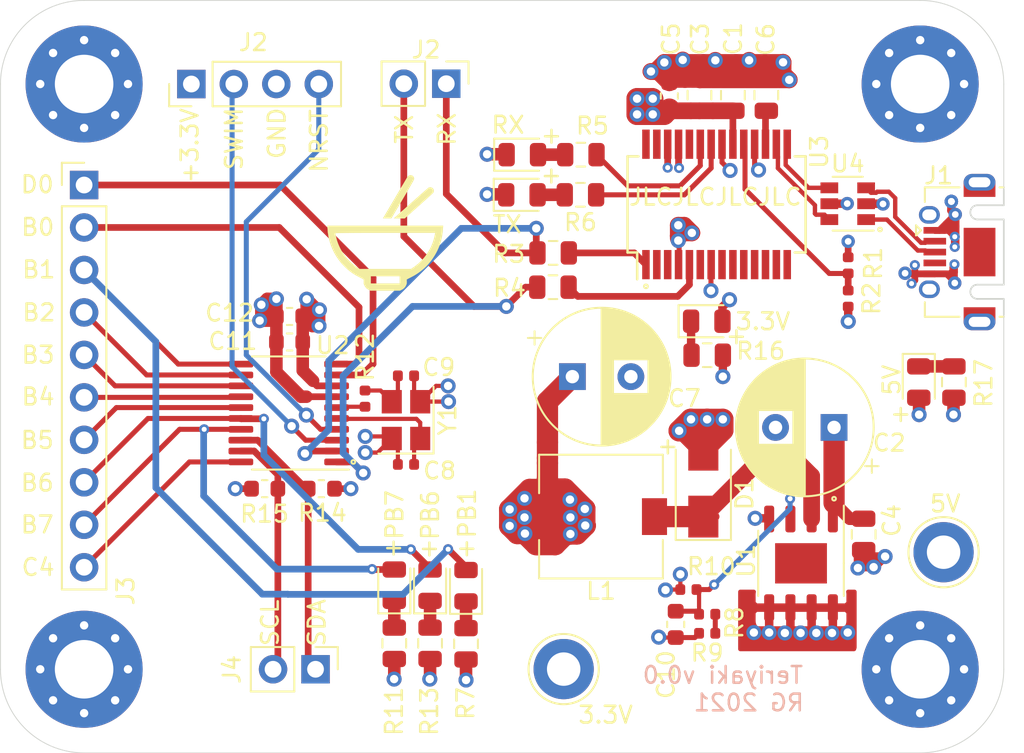
<source format=kicad_pcb>
(kicad_pcb (version 20171130) (host pcbnew 5.1.6)
  (layers (0 F.Cu signal) (1 In1.Cu power) (2 In2.Cu power) (31 B.Cu signal) (34 B.Paste user) (35 F.Paste user) (36 B.SilkS user) (37 F.SilkS user) (38 B.Mask user) (39 F.Mask user) (44 Edge.Cuts user))
  (net 0 "")
  (net 1 GND)
  (net 2 +3V3)
  (net 3 REG_VIN)
  (net 4 "Net-(C6-Pad1)")
  (net 5 RCC_OSC_IN)
  (net 6 "Net-(C9-Pad1)")
  (net 7 REG_FEEDBACK)
  (net 8 REG_OUT)
  (net 9 "Net-(J1-Pad6)")
  (net 10 "Net-(J1-Pad4)")
  (net 11 USB_CON_D+)
  (net 12 USB_CON_D-)
  (net 13 STM8_RX)
  (net 14 STM8_TX)
  (net 15 TIM2_CH1)
  (net 16 TIM2_CH2)
  (net 17 TIM3_CH1)
  (net 18 TIM3_CH2)
  (net 19 GPIO_PB3)
  (net 20 GPIO_PB4)
  (net 21 GPIO_PB5)
  (net 22 GPIO_PB6)
  (net 23 GPIO_PB7)
  (net 24 GPIO_PC4)
  (net 25 STM8_SWIM)
  (net 26 STM8_NRST)
  (net 27 "Net-(LED1-Pad1)")
  (net 28 "Net-(LED2-Pad1)")
  (net 29 "Net-(LED3-Pad1)")
  (net 30 "Net-(LED_3V31-Pad1)")
  (net 31 "Net-(LED_5V1-Pad1)")
  (net 32 CBUS1)
  (net 33 CBUS0)
  (net 34 FT232_nRESET)
  (net 35 "Net-(R3-Pad2)")
  (net 36 "Net-(R4-Pad2)")
  (net 37 "Net-(R8-Pad2)")
  (net 38 RCC_OSC_OUT)
  (net 39 I2C_SDA)
  (net 40 I2C_SCL)
  (net 41 "Net-(U3-Pad2)")
  (net 42 "Net-(U3-Pad3)")
  (net 43 "Net-(U3-Pad6)")
  (net 44 "Net-(U3-Pad9)")
  (net 45 "Net-(U3-Pad10)")
  (net 46 "Net-(U3-Pad11)")
  (net 47 "Net-(U3-Pad12)")
  (net 48 "Net-(U3-Pad13)")
  (net 49 "Net-(U3-Pad14)")
  (net 50 USB_D+)
  (net 51 USB_D-)
  (net 52 "Net-(U3-Pad27)")
  (net 53 "Net-(U3-Pad28)")
  (net 54 "Net-(LED_RX1-Pad2)")
  (net 55 "Net-(LED_TX1-Pad2)")
  (module richiegreen:soup (layer F.Cu) (at 110 98.45)
    (fp_text reference G*** hide)
    (fp_text value LOGO hide)
  )
  (module Connector_PinHeader_2.54mm:PinHeader_1x10_P2.54mm_Vertical (layer F.Cu) (at 92 95.74)
    (fp_text reference J3 (at 2.488 24.27 270) (layer F.SilkS))
    (fp_text value Conn_01x10)
    (pad 10 thru_hole oval (at 0 22.86) (size 1.7 1.7) (drill 1) (layers *.Cu *.Mask) (net 24 GPIO_PC4))
    (pad 9 thru_hole oval (at 0 20.32) (size 1.7 1.7) (drill 1) (layers *.Cu *.Mask) (net 23 GPIO_PB7))
    (pad 8 thru_hole oval (at 0 17.78) (size 1.7 1.7) (drill 1) (layers *.Cu *.Mask) (net 22 GPIO_PB6))
    (pad 7 thru_hole oval (at 0 15.24) (size 1.7 1.7) (drill 1) (layers *.Cu *.Mask) (net 21 GPIO_PB5))
    (pad 6 thru_hole oval (at 0 12.7) (size 1.7 1.7) (drill 1) (layers *.Cu *.Mask) (net 20 GPIO_PB4))
    (pad 5 thru_hole oval (at 0 10.16) (size 1.7 1.7) (drill 1) (layers *.Cu *.Mask) (net 19 GPIO_PB3))
    (pad 4 thru_hole oval (at 0 7.62) (size 1.7 1.7) (drill 1) (layers *.Cu *.Mask) (net 16 TIM2_CH2))
    (pad 3 thru_hole oval (at 0 5.08) (size 1.7 1.7) (drill 1) (layers *.Cu *.Mask) (net 17 TIM3_CH1))
    (pad 2 thru_hole oval (at 0 2.54) (size 1.7 1.7) (drill 1) (layers *.Cu *.Mask) (net 15 TIM2_CH1))
    (pad 1 thru_hole rect (at 0 0) (size 1.7 1.7) (drill 1) (layers *.Cu *.Mask) (net 18 TIM3_CH2))
  )
  (module Connector_PinHeader_2.54mm:PinHeader_1x02_P2.54mm_Vertical (layer F.Cu) (at 105.84 124.7 270)
    (fp_text reference J4 (at 0.014 5.002 270) (layer F.SilkS))
    (fp_text value Conn_01x02)
    (pad 2 thru_hole oval (at 0 2.54 270) (size 1.7 1.7) (drill 1) (layers *.Cu *.Mask) (net 40 I2C_SCL))
    (pad 1 thru_hole rect (at 0 0 270) (size 1.7 1.7) (drill 1) (layers *.Cu *.Mask) (net 39 I2C_SDA))
  )
  (module Package_SO:TSSOP-20_4.4x6.5mm_P0.65mm (layer F.Cu) (at 104.2375 109.375 180)
    (fp_text reference U2 (at -2.6325 4.045) (layer F.SilkS))
    (fp_text value STM8L051F3P6)
    (pad 20 smd roundrect (at 2.8625 -2.925 180) (size 1.475 0.4) (layers F.Cu F.Paste F.Mask) (net 24 GPIO_PC4))
    (pad 19 smd roundrect (at 2.8625 -2.275 180) (size 1.475 0.4) (layers F.Cu F.Paste F.Mask) (net 40 I2C_SCL))
    (pad 18 smd roundrect (at 2.8625 -1.625 180) (size 1.475 0.4) (layers F.Cu F.Paste F.Mask) (net 39 I2C_SDA))
    (pad 17 smd roundrect (at 2.8625 -0.975 180) (size 1.475 0.4) (layers F.Cu F.Paste F.Mask) (net 23 GPIO_PB7))
    (pad 16 smd roundrect (at 2.8625 -0.325 180) (size 1.475 0.4) (layers F.Cu F.Paste F.Mask) (net 22 GPIO_PB6))
    (pad 15 smd roundrect (at 2.8625 0.325 180) (size 1.475 0.4) (layers F.Cu F.Paste F.Mask) (net 21 GPIO_PB5))
    (pad 14 smd roundrect (at 2.8625 0.975 180) (size 1.475 0.4) (layers F.Cu F.Paste F.Mask) (net 20 GPIO_PB4))
    (pad 13 smd roundrect (at 2.8625 1.625 180) (size 1.475 0.4) (layers F.Cu F.Paste F.Mask) (net 19 GPIO_PB3))
    (pad 12 smd roundrect (at 2.8625 2.275 180) (size 1.475 0.4) (layers F.Cu F.Paste F.Mask) (net 16 TIM2_CH2))
    (pad 11 smd roundrect (at 2.8625 2.925 180) (size 1.475 0.4) (layers F.Cu F.Paste F.Mask) (net 17 TIM3_CH1))
    (pad 10 smd roundrect (at -2.8625 2.925 180) (size 1.475 0.4) (layers F.Cu F.Paste F.Mask) (net 15 TIM2_CH1))
    (pad 9 smd roundrect (at -2.8625 2.275 180) (size 1.475 0.4) (layers F.Cu F.Paste F.Mask) (net 18 TIM3_CH2))
    (pad 8 smd roundrect (at -2.8625 1.625 180) (size 1.475 0.4) (layers F.Cu F.Paste F.Mask) (net 2 +3V3))
    (pad 7 smd roundrect (at -2.8625 0.975 180) (size 1.475 0.4) (layers F.Cu F.Paste F.Mask) (net 1 GND))
    (pad 6 smd roundrect (at -2.8625 0.325 180) (size 1.475 0.4) (layers F.Cu F.Paste F.Mask) (net 38 RCC_OSC_OUT))
    (pad 5 smd roundrect (at -2.8625 -0.325 180) (size 1.475 0.4) (layers F.Cu F.Paste F.Mask) (net 5 RCC_OSC_IN))
    (pad 4 smd roundrect (at -2.8625 -0.975 180) (size 1.475 0.4) (layers F.Cu F.Paste F.Mask) (net 26 STM8_NRST))
    (pad 3 smd roundrect (at -2.8625 -1.625 180) (size 1.475 0.4) (layers F.Cu F.Paste F.Mask) (net 25 STM8_SWIM))
    (pad 2 smd roundrect (at -2.8625 -2.275 180) (size 1.475 0.4) (layers F.Cu F.Paste F.Mask) (net 13 STM8_RX))
    (pad 1 smd roundrect (at -2.8625 -2.925 180) (size 1.475 0.4) (layers F.Cu F.Paste F.Mask) (net 14 STM8_TX))
  )
  (module MountingHole:MountingHole_3.5mm_Pad_Via (layer F.Cu) (at 92 124.7)
    (fp_text reference H3)
    (fp_text value MountingHole_Pad)
    (pad 1 thru_hole circle (at 1.856155 -1.856155) (size 0.8 0.8) (drill 0.5) (layers *.Cu *.Mask) (net 1 GND))
    (pad 1 thru_hole circle (at 0 -2.625) (size 0.8 0.8) (drill 0.5) (layers *.Cu *.Mask) (net 1 GND))
    (pad 1 thru_hole circle (at -1.856155 -1.856155) (size 0.8 0.8) (drill 0.5) (layers *.Cu *.Mask) (net 1 GND))
    (pad 1 thru_hole circle (at -2.625 0) (size 0.8 0.8) (drill 0.5) (layers *.Cu *.Mask) (net 1 GND))
    (pad 1 thru_hole circle (at -1.856155 1.856155) (size 0.8 0.8) (drill 0.5) (layers *.Cu *.Mask) (net 1 GND))
    (pad 1 thru_hole circle (at 0 2.625) (size 0.8 0.8) (drill 0.5) (layers *.Cu *.Mask) (net 1 GND))
    (pad 1 thru_hole circle (at 1.856155 1.856155) (size 0.8 0.8) (drill 0.5) (layers *.Cu *.Mask) (net 1 GND))
    (pad 1 thru_hole circle (at 2.625 0) (size 0.8 0.8) (drill 0.5) (layers *.Cu *.Mask) (net 1 GND))
    (pad 1 thru_hole circle (at 0 0) (size 7 7) (drill 3.5) (layers *.Cu *.Mask) (net 1 GND))
  )
  (module MountingHole:MountingHole_3.5mm_Pad_Via (layer F.Cu) (at 142 89.7)
    (fp_text reference H4)
    (fp_text value MountingHole_Pad)
    (pad 1 thru_hole circle (at 1.856155 -1.856155) (size 0.8 0.8) (drill 0.5) (layers *.Cu *.Mask) (net 1 GND))
    (pad 1 thru_hole circle (at 0 -2.625) (size 0.8 0.8) (drill 0.5) (layers *.Cu *.Mask) (net 1 GND))
    (pad 1 thru_hole circle (at -1.856155 -1.856155) (size 0.8 0.8) (drill 0.5) (layers *.Cu *.Mask) (net 1 GND))
    (pad 1 thru_hole circle (at -2.625 0) (size 0.8 0.8) (drill 0.5) (layers *.Cu *.Mask) (net 1 GND))
    (pad 1 thru_hole circle (at -1.856155 1.856155) (size 0.8 0.8) (drill 0.5) (layers *.Cu *.Mask) (net 1 GND))
    (pad 1 thru_hole circle (at 0 2.625) (size 0.8 0.8) (drill 0.5) (layers *.Cu *.Mask) (net 1 GND))
    (pad 1 thru_hole circle (at 1.856155 1.856155) (size 0.8 0.8) (drill 0.5) (layers *.Cu *.Mask) (net 1 GND))
    (pad 1 thru_hole circle (at 2.625 0) (size 0.8 0.8) (drill 0.5) (layers *.Cu *.Mask) (net 1 GND))
    (pad 1 thru_hole circle (at 0 0) (size 7 7) (drill 3.5) (layers *.Cu *.Mask) (net 1 GND))
  )
  (module MountingHole:MountingHole_3.5mm_Pad_Via (layer F.Cu) (at 92 89.7)
    (fp_text reference H2)
    (fp_text value MountingHole_Pad)
    (pad 1 thru_hole circle (at 1.856155 -1.856155) (size 0.8 0.8) (drill 0.5) (layers *.Cu *.Mask) (net 1 GND))
    (pad 1 thru_hole circle (at 0 -2.625) (size 0.8 0.8) (drill 0.5) (layers *.Cu *.Mask) (net 1 GND))
    (pad 1 thru_hole circle (at -1.856155 -1.856155) (size 0.8 0.8) (drill 0.5) (layers *.Cu *.Mask) (net 1 GND))
    (pad 1 thru_hole circle (at -2.625 0) (size 0.8 0.8) (drill 0.5) (layers *.Cu *.Mask) (net 1 GND))
    (pad 1 thru_hole circle (at -1.856155 1.856155) (size 0.8 0.8) (drill 0.5) (layers *.Cu *.Mask) (net 1 GND))
    (pad 1 thru_hole circle (at 0 2.625) (size 0.8 0.8) (drill 0.5) (layers *.Cu *.Mask) (net 1 GND))
    (pad 1 thru_hole circle (at 1.856155 1.856155) (size 0.8 0.8) (drill 0.5) (layers *.Cu *.Mask) (net 1 GND))
    (pad 1 thru_hole circle (at 2.625 0) (size 0.8 0.8) (drill 0.5) (layers *.Cu *.Mask) (net 1 GND))
    (pad 1 thru_hole circle (at 0 0) (size 7 7) (drill 3.5) (layers *.Cu *.Mask) (net 1 GND))
  )
  (module MountingHole:MountingHole_3.5mm_Pad_Via (layer F.Cu) (at 142 124.7)
    (fp_text reference H1)
    (fp_text value MountingHole_Pad)
    (pad 1 thru_hole circle (at 1.856155 -1.856155) (size 0.8 0.8) (drill 0.5) (layers *.Cu *.Mask) (net 1 GND))
    (pad 1 thru_hole circle (at 0 -2.625) (size 0.8 0.8) (drill 0.5) (layers *.Cu *.Mask) (net 1 GND))
    (pad 1 thru_hole circle (at -1.856155 -1.856155) (size 0.8 0.8) (drill 0.5) (layers *.Cu *.Mask) (net 1 GND))
    (pad 1 thru_hole circle (at -2.625 0) (size 0.8 0.8) (drill 0.5) (layers *.Cu *.Mask) (net 1 GND))
    (pad 1 thru_hole circle (at -1.856155 1.856155) (size 0.8 0.8) (drill 0.5) (layers *.Cu *.Mask) (net 1 GND))
    (pad 1 thru_hole circle (at 0 2.625) (size 0.8 0.8) (drill 0.5) (layers *.Cu *.Mask) (net 1 GND))
    (pad 1 thru_hole circle (at 1.856155 1.856155) (size 0.8 0.8) (drill 0.5) (layers *.Cu *.Mask) (net 1 GND))
    (pad 1 thru_hole circle (at 2.625 0) (size 0.8 0.8) (drill 0.5) (layers *.Cu *.Mask) (net 1 GND))
    (pad 1 thru_hole circle (at 0 0) (size 7 7) (drill 3.5) (layers *.Cu *.Mask) (net 1 GND))
  )
  (module Capacitor_SMD:C_0805_2012Metric (layer F.Cu) (at 130.8 90.3625 90)
    (fp_text reference C1 (at 3.3725 0.02 90) (layer F.SilkS))
    (fp_text value 100n)
    (pad 2 smd roundrect (at 0.9375 0 90) (size 0.975 1.4) (layers F.Cu F.Paste F.Mask) (net 1 GND))
    (pad 1 smd roundrect (at -0.9375 0 90) (size 0.975 1.4) (layers F.Cu F.Paste F.Mask) (net 2 +3V3))
  )
  (module Capacitor_THT:CP_Radial_D8.0mm_P3.50mm (layer F.Cu) (at 136.85 110.236 180)
    (fp_text reference C2 (at -3.3 -0.924) (layer F.SilkS))
    (fp_text value 470u)
    (pad 2 thru_hole circle (at 3.5 0 180) (size 1.6 1.6) (drill 0.8) (layers *.Cu *.Mask) (net 1 GND))
    (pad 1 thru_hole rect (at 0 0 180) (size 1.6 1.6) (drill 0.8) (layers *.Cu *.Mask) (net 3 REG_VIN))
  )
  (module Capacitor_SMD:C_0805_2012Metric (layer F.Cu) (at 128.8 90.3625 90)
    (fp_text reference C3 (at 3.3525 0.04 90) (layer F.SilkS))
    (fp_text value 100n)
    (pad 2 smd roundrect (at 0.9375 0 90) (size 0.975 1.4) (layers F.Cu F.Paste F.Mask) (net 1 GND))
    (pad 1 smd roundrect (at -0.9375 0 90) (size 0.975 1.4) (layers F.Cu F.Paste F.Mask) (net 2 +3V3))
  )
  (module Capacitor_SMD:C_0805_2012Metric (layer F.Cu) (at 138.6205 116.6345 270)
    (fp_text reference C4 (at -0.8345 -1.6795 90) (layer F.SilkS))
    (fp_text value 100n)
    (pad 2 smd roundrect (at 0.9375 0 270) (size 0.975 1.4) (layers F.Cu F.Paste F.Mask) (net 1 GND))
    (pad 1 smd roundrect (at -0.9375 0 270) (size 0.975 1.4) (layers F.Cu F.Paste F.Mask) (net 3 REG_VIN))
  )
  (module Capacitor_SMD:C_0603_1608Metric (layer F.Cu) (at 127 90.4125 90)
    (fp_text reference C5 (at 3.4025 0.1 90) (layer F.SilkS))
    (fp_text value 4.7u)
    (pad 2 smd roundrect (at 0.7875 0 90) (size 0.875 0.95) (layers F.Cu F.Paste F.Mask) (net 1 GND))
    (pad 1 smd roundrect (at -0.7875 0 90) (size 0.875 0.95) (layers F.Cu F.Paste F.Mask) (net 2 +3V3))
  )
  (module Capacitor_SMD:C_0805_2012Metric (layer F.Cu) (at 132.8 90.3625 90)
    (fp_text reference C6 (at 3.3225 -0.0342 90) (layer F.SilkS))
    (fp_text value 100n)
    (pad 2 smd roundrect (at 0.9375 0 90) (size 0.975 1.4) (layers F.Cu F.Paste F.Mask) (net 1 GND))
    (pad 1 smd roundrect (at -0.9375 0 90) (size 0.975 1.4) (layers F.Cu F.Paste F.Mask) (net 4 "Net-(C6-Pad1)"))
  )
  (module Capacitor_THT:CP_Radial_D8.0mm_P3.50mm (layer F.Cu) (at 121.2 107.2)
    (fp_text reference C7 (at 6.7 1.3) (layer F.SilkS))
    (fp_text value 330u)
    (pad 2 thru_hole circle (at 3.5 0) (size 1.6 1.6) (drill 0.8) (layers *.Cu *.Mask) (net 1 GND))
    (pad 1 thru_hole rect (at 0 0) (size 1.6 1.6) (drill 0.8) (layers *.Cu *.Mask) (net 2 +3V3))
  )
  (module Capacitor_SMD:C_0402_1005Metric (layer F.Cu) (at 111.25 112.45 180)
    (fp_text reference C8 (at -2.01 -0.38) (layer F.SilkS))
    (fp_text value 12p)
    (pad 2 smd roundrect (at 0.485 0 180) (size 0.59 0.64) (layers F.Cu F.Paste F.Mask) (net 1 GND))
    (pad 1 smd roundrect (at -0.485 0 180) (size 0.59 0.64) (layers F.Cu F.Paste F.Mask) (net 5 RCC_OSC_IN))
  )
  (module Capacitor_SMD:C_0402_1005Metric (layer F.Cu) (at 111.25 107.15)
    (fp_text reference C9 (at 1.96 -0.51) (layer F.SilkS))
    (fp_text value 12p)
    (pad 2 smd roundrect (at 0.485 0) (size 0.59 0.64) (layers F.Cu F.Paste F.Mask) (net 1 GND))
    (pad 1 smd roundrect (at -0.485 0) (size 0.59 0.64) (layers F.Cu F.Paste F.Mask) (net 6 "Net-(C9-Pad1)"))
  )
  (module Capacitor_SMD:C_0603_1608Metric (layer F.Cu) (at 127.3794 122.0161 90)
    (fp_text reference C10 (at -3.0039 -0.5794 90) (layer F.SilkS))
    (fp_text value 20n)
    (pad 2 smd roundrect (at 0.7875 0 90) (size 0.875 0.95) (layers F.Cu F.Paste F.Mask) (net 7 REG_FEEDBACK))
    (pad 1 smd roundrect (at -0.7875 0 90) (size 0.875 0.95) (layers F.Cu F.Paste F.Mask) (net 2 +3V3))
  )
  (module Capacitor_SMD:C_0603_1608Metric (layer F.Cu) (at 104.2875 105.128 180)
    (fp_text reference C11 (at 3.3975 0.048) (layer F.SilkS))
    (fp_text value 1u)
    (pad 2 smd roundrect (at 0.7875 0 180) (size 0.875 0.95) (layers F.Cu F.Paste F.Mask) (net 1 GND))
    (pad 1 smd roundrect (at -0.7875 0 180) (size 0.875 0.95) (layers F.Cu F.Paste F.Mask) (net 2 +3V3))
  )
  (module Capacitor_SMD:C_0603_1608Metric (layer F.Cu) (at 104.2875 103.6 180)
    (fp_text reference C12 (at 3.5875 0.21 180) (layer F.SilkS))
    (fp_text value 10n)
    (pad 2 smd roundrect (at 0.7875 0 180) (size 0.875 0.95) (layers F.Cu F.Paste F.Mask) (net 1 GND))
    (pad 1 smd roundrect (at -0.7875 0 180) (size 0.875 0.95) (layers F.Cu F.Paste F.Mask) (net 2 +3V3))
  )
  (module Diode_SMD:D_SMA (layer F.Cu) (at 129.032 113.57 90)
    (fp_text reference D1 (at -0.63 2.468 90) (layer F.SilkS))
    (fp_text value SS54)
    (pad 2 smd rect (at 2 0 90) (size 2.5 1.8) (layers F.Cu F.Paste F.Mask) (net 1 GND))
    (pad 1 smd rect (at -2 0 90) (size 2.5 1.8) (layers F.Cu F.Paste F.Mask) (net 8 REG_OUT))
  )
  (module Connector_USB:USB_Micro-AB_Molex_47590-0001 (layer F.Cu) (at 145.55 99.75 90)
    (fp_text reference J1 (at 4.5762 -2.4464) (layer F.SilkS))
    (fp_text value USB_B_Micro)
    (fp_arc (start -2.375 -0.125) (end -2.8 -0.125) (angle 180) (layer Edge.Cuts) (width 0.1))
    (fp_arc (start 2.375 -0.125) (end 1.95 -0.125) (angle 180) (layer Edge.Cuts) (width 0.1))
    (fp_line (start 2.8 1.45) (end 3.75 1.45) (layer Edge.Cuts) (width 0.1))
    (fp_line (start 2.8 -0.125) (end 2.8 1.45) (layer Edge.Cuts) (width 0.1))
    (fp_line (start 1.95 -0.125) (end 1.95 1.45) (layer Edge.Cuts) (width 0.1))
    (fp_line (start -1.95 1.45) (end 1.95 1.45) (layer Edge.Cuts) (width 0.1))
    (fp_line (start -1.95 -0.125) (end -1.95 1.45) (layer Edge.Cuts) (width 0.1))
    (fp_line (start -2.8 -0.125) (end -2.8 1.45) (layer Edge.Cuts) (width 0.1))
    (fp_line (start -3.75 1.45) (end -2.8 1.45) (layer Edge.Cuts) (width 0.1))
    (pad 6 smd rect (at -3.7375 0 90) (size 0.875 1.9) (layers F.Cu F.Mask) (net 9 "Net-(J1-Pad6)"))
    (pad 6 smd rect (at 3.7375 0 90) (size 0.875 1.9) (layers F.Cu F.Mask) (net 9 "Net-(J1-Pad6)"))
    (pad 6 smd rect (at 0 0 90) (size 2.9 1.9) (layers F.Cu F.Paste F.Mask) (net 9 "Net-(J1-Pad6)"))
    (pad 2 smd rect (at 0.65 -2.675 90) (size 0.4 1.35) (layers F.Cu F.Paste F.Mask) (net 11 USB_CON_D+))
    (pad 6 thru_hole oval (at 4.175 0 90) (size 1 1.9) (drill oval 0.6 1.3) (layers *.Cu *.Mask) (net 9 "Net-(J1-Pad6)"))
    (pad 6 thru_hole oval (at -4.175 0 90) (size 1 1.9) (drill oval 0.6 1.3) (layers *.Cu *.Mask) (net 9 "Net-(J1-Pad6)"))
    (pad 6 thru_hole oval (at 2.225 -3 90) (size 1.05 1.25) (drill oval 0.65 0.85) (layers *.Cu *.Mask) (net 9 "Net-(J1-Pad6)"))
    (pad 1 smd rect (at 1.3 -2.675 90) (size 0.4 1.35) (layers F.Cu F.Paste F.Mask) (net 3 REG_VIN))
    (pad 3 smd rect (at 0 -2.675 90) (size 0.4 1.35) (layers F.Cu F.Paste F.Mask) (net 12 USB_CON_D-))
    (pad 4 smd rect (at -0.65 -2.675 90) (size 0.4 1.35) (layers F.Cu F.Paste F.Mask) (net 10 "Net-(J1-Pad4)"))
    (pad 5 smd rect (at -1.3 -2.675 90) (size 0.4 1.35) (layers F.Cu F.Paste F.Mask) (net 1 GND))
    (pad 6 thru_hole oval (at -2.225 -3 90) (size 1.05 1.25) (drill oval 0.65 0.85) (layers *.Cu *.Mask) (net 9 "Net-(J1-Pad6)"))
  )
  (module Connector_PinHeader_2.54mm:PinHeader_1x02_P2.54mm_Vertical (layer F.Cu) (at 113.66 89.68 270)
    (fp_text reference J2 (at -2.47 11.54) (layer F.SilkS))
    (fp_text value Conn_01x02)
    (fp_text user %R (at -2.03 1.21) (layer F.SilkS))
    (pad 2 thru_hole oval (at 0 2.54 270) (size 1.7 1.7) (drill 1) (layers *.Cu *.Mask) (net 14 STM8_TX))
    (pad 1 thru_hole rect (at 0 0 270) (size 1.7 1.7) (drill 1) (layers *.Cu *.Mask) (net 13 STM8_RX))
  )
  (module Connector_PinHeader_2.54mm:PinHeader_1x04_P2.54mm_Vertical (layer F.Cu) (at 98.415 89.7 90)
    (fp_text reference J_SWIM1 hide)
    (fp_text value Conn_01x04)
    (pad 4 thru_hole oval (at 0 7.62 90) (size 1.7 1.7) (drill 1) (layers *.Cu *.Mask) (net 26 STM8_NRST))
    (pad 3 thru_hole oval (at 0 5.08 90) (size 1.7 1.7) (drill 1) (layers *.Cu *.Mask) (net 1 GND))
    (pad 2 thru_hole oval (at 0 2.54 90) (size 1.7 1.7) (drill 1) (layers *.Cu *.Mask) (net 25 STM8_SWIM))
    (pad 1 thru_hole rect (at 0 0 90) (size 1.7 1.7) (drill 1) (layers *.Cu *.Mask) (net 2 +3V3))
  )
  (module Inductor_SMD:L_7.3x7.3_H4.5 (layer F.Cu) (at 122.911 115.57 180)
    (fp_text reference L1 (at 0 -4.45) (layer F.SilkS))
    (fp_text value 22u)
    (pad 2 smd rect (at 3.2 0 180) (size 1.5 2.2) (layers F.Cu F.Paste F.Mask) (net 2 +3V3))
    (pad 1 smd rect (at -3.2 0 180) (size 1.5 2.2) (layers F.Cu F.Paste F.Mask) (net 8 REG_OUT))
  )
  (module LED_SMD:LED_0805_2012Metric (layer F.Cu) (at 114.84 119.7025 90)
    (fp_text reference LED1)
    (fp_text value RED)
    (pad 2 smd roundrect (at 0.9375 0 90) (size 0.975 1.4) (layers F.Cu F.Paste F.Mask) (net 17 TIM3_CH1))
    (pad 1 smd roundrect (at -0.9375 0 90) (size 0.975 1.4) (layers F.Cu F.Paste F.Mask) (net 27 "Net-(LED1-Pad1)"))
  )
  (module LED_SMD:LED_0805_2012Metric (layer F.Cu) (at 110.55 119.6725 90)
    (fp_text reference LED2)
    (fp_text value RED)
    (pad 2 smd roundrect (at 0.9375 0 90) (size 0.975 1.4) (layers F.Cu F.Paste F.Mask) (net 23 GPIO_PB7))
    (pad 1 smd roundrect (at -0.9375 0 90) (size 0.975 1.4) (layers F.Cu F.Paste F.Mask) (net 28 "Net-(LED2-Pad1)"))
  )
  (module LED_SMD:LED_0805_2012Metric (layer F.Cu) (at 112.69 119.6725 90)
    (fp_text reference LED3)
    (fp_text value RED)
    (pad 2 smd roundrect (at 0.9375 0 90) (size 0.975 1.4) (layers F.Cu F.Paste F.Mask) (net 22 GPIO_PB6))
    (pad 1 smd roundrect (at -0.9375 0 90) (size 0.975 1.4) (layers F.Cu F.Paste F.Mask) (net 29 "Net-(LED3-Pad1)"))
  )
  (module LED_SMD:LED_0805_2012Metric (layer F.Cu) (at 129.2375 103.886)
    (fp_text reference LED_3V31)
    (fp_text value RED)
    (pad 2 smd roundrect (at 0.9375 0) (size 0.975 1.4) (layers F.Cu F.Paste F.Mask) (net 2 +3V3))
    (pad 1 smd roundrect (at -0.9375 0) (size 0.975 1.4) (layers F.Cu F.Paste F.Mask) (net 30 "Net-(LED_3V31-Pad1)"))
  )
  (module LED_SMD:LED_0805_2012Metric (layer F.Cu) (at 141.9174 107.5243 270)
    (fp_text reference LED_5V1)
    (fp_text value RED)
    (pad 2 smd roundrect (at 0.9375 0 270) (size 0.975 1.4) (layers F.Cu F.Paste F.Mask) (net 3 REG_VIN))
    (pad 1 smd roundrect (at -0.9375 0 270) (size 0.975 1.4) (layers F.Cu F.Paste F.Mask) (net 31 "Net-(LED_5V1-Pad1)"))
  )
  (module LED_SMD:LED_0805_2012Metric (layer F.Cu) (at 118.1827 96.3256)
    (fp_text reference LED_RX1)
    (fp_text value RED)
    (pad 2 smd roundrect (at 0.9375 0) (size 0.975 1.4) (layers F.Cu F.Paste F.Mask) (net 54 "Net-(LED_RX1-Pad2)"))
    (pad 1 smd roundrect (at -0.9375 0) (size 0.975 1.4) (layers F.Cu F.Paste F.Mask) (net 1 GND))
  )
  (module LED_SMD:LED_0805_2012Metric (layer F.Cu) (at 118.2077 93.9256)
    (fp_text reference LED_TX1)
    (fp_text value RED)
    (pad 2 smd roundrect (at 0.9375 0) (size 0.975 1.4) (layers F.Cu F.Paste F.Mask) (net 55 "Net-(LED_TX1-Pad2)"))
    (pad 1 smd roundrect (at -0.9375 0) (size 0.975 1.4) (layers F.Cu F.Paste F.Mask) (net 1 GND))
  )
  (module Resistor_SMD:R_0402_1005Metric (layer F.Cu) (at 137.6948 100.5454 90)
    (fp_text reference R1 (at 0.115 1.5 90) (layer F.SilkS))
    (fp_text value 4k7)
    (pad 2 smd roundrect (at 0.485 0 90) (size 0.59 0.64) (layers F.Cu F.Paste F.Mask) (net 3 REG_VIN))
    (pad 1 smd roundrect (at -0.485 0 90) (size 0.59 0.64) (layers F.Cu F.Paste F.Mask) (net 34 FT232_nRESET))
  )
  (module Resistor_SMD:R_0402_1005Metric (layer F.Cu) (at 137.6948 102.5304 90)
    (fp_text reference R2 (at 0 1.4 90) (layer F.SilkS))
    (fp_text value 10k)
    (pad 2 smd roundrect (at 0.485 0 90) (size 0.59 0.64) (layers F.Cu F.Paste F.Mask) (net 34 FT232_nRESET))
    (pad 1 smd roundrect (at -0.485 0 90) (size 0.59 0.64) (layers F.Cu F.Paste F.Mask) (net 1 GND))
  )
  (module Resistor_SMD:R_0805_2012Metric (layer F.Cu) (at 120.05 99.8)
    (fp_text reference R3 (at -2.6547 0.0704) (layer F.SilkS))
    (fp_text value 0R)
    (pad 2 smd roundrect (at 0.9375 0) (size 0.975 1.4) (layers F.Cu F.Paste F.Mask) (net 35 "Net-(R3-Pad2)"))
    (pad 1 smd roundrect (at -0.9375 0) (size 0.975 1.4) (layers F.Cu F.Paste F.Mask) (net 13 STM8_RX))
  )
  (module Resistor_SMD:R_0805_2012Metric (layer F.Cu) (at 120.0375 101.85)
    (fp_text reference R4 (at -2.5975 0.05) (layer F.SilkS))
    (fp_text value 0R)
    (pad 2 smd roundrect (at 0.9375 0) (size 0.975 1.4) (layers F.Cu F.Paste F.Mask) (net 36 "Net-(R4-Pad2)"))
    (pad 1 smd roundrect (at -0.9375 0) (size 0.975 1.4) (layers F.Cu F.Paste F.Mask) (net 14 STM8_TX))
  )
  (module Resistor_SMD:R_0805_2012Metric (layer F.Cu) (at 121.7077 93.9256 180)
    (fp_text reference R5 (at -0.6923 1.7256) (layer F.SilkS))
    (fp_text value 1k2)
    (pad 2 smd roundrect (at 0.9375 0 180) (size 0.975 1.4) (layers F.Cu F.Paste F.Mask) (net 55 "Net-(LED_TX1-Pad2)"))
    (pad 1 smd roundrect (at -0.9375 0 180) (size 0.975 1.4) (layers F.Cu F.Paste F.Mask) (net 33 CBUS0))
  )
  (module Resistor_SMD:R_0805_2012Metric (layer F.Cu) (at 121.6827 96.3256 180)
    (fp_text reference R6 (at 0 -1.65) (layer F.SilkS))
    (fp_text value 1k2)
    (pad 2 smd roundrect (at 0.9375 0 180) (size 0.975 1.4) (layers F.Cu F.Paste F.Mask) (net 54 "Net-(LED_RX1-Pad2)"))
    (pad 1 smd roundrect (at -0.9375 0 180) (size 0.975 1.4) (layers F.Cu F.Paste F.Mask) (net 32 CBUS1))
  )
  (module Resistor_SMD:R_0805_2012Metric (layer F.Cu) (at 114.84 123.1775 270)
    (fp_text reference R7 (at 3.5625 0.024 90) (layer F.SilkS))
    (fp_text value 1k2)
    (pad 2 smd roundrect (at 0.9375 0 270) (size 0.975 1.4) (layers F.Cu F.Paste F.Mask) (net 1 GND))
    (pad 1 smd roundrect (at -0.9375 0 270) (size 0.975 1.4) (layers F.Cu F.Paste F.Mask) (net 27 "Net-(LED1-Pad1)"))
  )
  (module Resistor_SMD:R_0402_1005Metric (layer F.Cu) (at 129.2614 122.5496)
    (fp_text reference R8 (at 1.6386 -0.6296 90) (layer F.SilkS))
    (fp_text value 1k)
    (pad 2 smd roundrect (at 0.485 0) (size 0.59 0.64) (layers F.Cu F.Paste F.Mask) (net 37 "Net-(R8-Pad2)"))
    (pad 1 smd roundrect (at -0.485 0) (size 0.59 0.64) (layers F.Cu F.Paste F.Mask) (net 2 +3V3))
  )
  (module Resistor_SMD:R_0402_1005Metric (layer F.Cu) (at 129.2614 121.4066 180)
    (fp_text reference R9 (at 0 -2.3134) (layer F.SilkS))
    (fp_text value 680R)
    (pad 2 smd roundrect (at 0.485 0 180) (size 0.59 0.64) (layers F.Cu F.Paste F.Mask) (net 7 REG_FEEDBACK))
    (pad 1 smd roundrect (at -0.485 0 180) (size 0.59 0.64) (layers F.Cu F.Paste F.Mask) (net 37 "Net-(R8-Pad2)"))
  )
  (module Resistor_SMD:R_0402_1005Metric (layer F.Cu) (at 128.139 119.9334 180)
    (fp_text reference R10 (at -1.371 1.3834) (layer F.SilkS))
    (fp_text value 1k)
    (pad 2 smd roundrect (at 0.485 0 180) (size 0.59 0.64) (layers F.Cu F.Paste F.Mask) (net 1 GND))
    (pad 1 smd roundrect (at -0.485 0 180) (size 0.59 0.64) (layers F.Cu F.Paste F.Mask) (net 7 REG_FEEDBACK))
  )
  (module Resistor_SMD:R_0805_2012Metric (layer F.Cu) (at 110.55 123.1475 270)
    (fp_text reference R11 (at 4.0705 0.01 90) (layer F.SilkS))
    (fp_text value 1k2)
    (pad 2 smd roundrect (at 0.9375 0 270) (size 0.975 1.4) (layers F.Cu F.Paste F.Mask) (net 1 GND))
    (pad 1 smd roundrect (at -0.9375 0 270) (size 0.975 1.4) (layers F.Cu F.Paste F.Mask) (net 28 "Net-(LED2-Pad1)"))
  )
  (module Resistor_SMD:R_0402_1005Metric (layer F.Cu) (at 108.8 108.515 90)
    (fp_text reference R12 (at 2.495 0.01 90) (layer F.SilkS))
    (fp_text value 47)
    (pad 2 smd roundrect (at 0.485 0 90) (size 0.59 0.64) (layers F.Cu F.Paste F.Mask) (net 6 "Net-(C9-Pad1)"))
    (pad 1 smd roundrect (at -0.485 0 90) (size 0.59 0.64) (layers F.Cu F.Paste F.Mask) (net 38 RCC_OSC_OUT))
  )
  (module Resistor_SMD:R_0805_2012Metric (layer F.Cu) (at 112.69 123.1475 270)
    (fp_text reference R13 (at 4.0705 0.042 90) (layer F.SilkS))
    (fp_text value 1k2)
    (pad 2 smd roundrect (at 0.9375 0 270) (size 0.975 1.4) (layers F.Cu F.Paste F.Mask) (net 1 GND))
    (pad 1 smd roundrect (at -0.9375 0 270) (size 0.975 1.4) (layers F.Cu F.Paste F.Mask) (net 29 "Net-(LED3-Pad1)"))
  )
  (module Resistor_SMD:R_0603_1608Metric (layer F.Cu) (at 106.1875 113.9 180)
    (fp_text reference R14 (at -0.0625 -1.45) (layer F.SilkS))
    (fp_text value 2k2)
    (pad 2 smd roundrect (at 0.7875 0 180) (size 0.875 0.95) (layers F.Cu F.Paste F.Mask) (net 39 I2C_SDA))
    (pad 1 smd roundrect (at -0.7875 0 180) (size 0.875 0.95) (layers F.Cu F.Paste F.Mask) (net 2 +3V3))
  )
  (module Resistor_SMD:R_0603_1608Metric (layer F.Cu) (at 102.8 113.9)
    (fp_text reference R15 (at -0.01 1.51) (layer F.SilkS))
    (fp_text value 2k2)
    (pad 2 smd roundrect (at 0.7875 0) (size 0.875 0.95) (layers F.Cu F.Paste F.Mask) (net 40 I2C_SCL))
    (pad 1 smd roundrect (at -0.7875 0) (size 0.875 0.95) (layers F.Cu F.Paste F.Mask) (net 2 +3V3))
  )
  (module Resistor_SMD:R_0805_2012Metric (layer F.Cu) (at 129.2637 105.9174)
    (fp_text reference R16 (at 3.1973 -0.2534) (layer F.SilkS))
    (fp_text value 1k2)
    (pad 2 smd roundrect (at 0.9375 0) (size 0.975 1.4) (layers F.Cu F.Paste F.Mask) (net 1 GND))
    (pad 1 smd roundrect (at -0.9375 0) (size 0.975 1.4) (layers F.Cu F.Paste F.Mask) (net 30 "Net-(LED_3V31-Pad1)"))
  )
  (module Resistor_SMD:R_0805_2012Metric (layer F.Cu) (at 144.0174 107.5243 270)
    (fp_text reference R17 (at 0.0701 -1.7786 90) (layer F.SilkS))
    (fp_text value 3k)
    (pad 2 smd roundrect (at 0.9375 0 270) (size 0.975 1.4) (layers F.Cu F.Paste F.Mask) (net 1 GND))
    (pad 1 smd roundrect (at -0.9375 0 270) (size 0.975 1.4) (layers F.Cu F.Paste F.Mask) (net 31 "Net-(LED_5V1-Pad1)"))
  )
  (module TestPoint:TestPoint_Loop_D3.80mm_Drill2.0mm (layer F.Cu) (at 120.68 124.69 180)
    (fp_text reference TP1)
    (fp_text value TestPoint)
    (pad 1 thru_hole circle (at 0 0 180) (size 3.6 3.6) (drill 2) (layers *.Cu *.Mask) (net 2 +3V3))
  )
  (module TestPoint:TestPoint_Loop_D3.80mm_Drill2.0mm (layer F.Cu) (at 143.4 117.7)
    (fp_text reference TP2)
    (fp_text value TestPoint)
    (pad 1 thru_hole circle (at 0 0) (size 3.6 3.6) (drill 2) (layers *.Cu *.Mask) (net 3 REG_VIN))
  )
  (module Package_SO:HSOP-8-1EP_3.9x4.9mm_P1.27mm_EP2.41x3.1mm (layer F.Cu) (at 134.874 118.364 270)
    (fp_text reference U1 (at -0.1524 3.2766 90) (layer F.SilkS))
    (fp_text value XL1509)
    (pad 9 smd rect (at 0 0 270) (size 2.41 3.1) (layers F.Cu F.Mask))
    (pad 8 smd roundrect (at 2.65 -1.905 270) (size 1.6 0.6) (layers F.Cu F.Paste F.Mask) (net 1 GND))
    (pad 7 smd roundrect (at 2.65 -0.635 270) (size 1.6 0.6) (layers F.Cu F.Paste F.Mask) (net 1 GND))
    (pad 6 smd roundrect (at 2.65 0.635 270) (size 1.6 0.6) (layers F.Cu F.Paste F.Mask) (net 1 GND))
    (pad 5 smd roundrect (at 2.65 1.905 270) (size 1.6 0.6) (layers F.Cu F.Paste F.Mask) (net 1 GND))
    (pad 4 smd roundrect (at -2.65 1.905 270) (size 1.6 0.6) (layers F.Cu F.Paste F.Mask) (net 1 GND))
    (pad 3 smd roundrect (at -2.65 0.635 270) (size 1.6 0.6) (layers F.Cu F.Paste F.Mask) (net 7 REG_FEEDBACK))
    (pad 2 smd roundrect (at -2.65 -0.635 270) (size 1.6 0.6) (layers F.Cu F.Paste F.Mask) (net 8 REG_OUT))
    (pad 1 smd roundrect (at -2.65 -1.905 270) (size 1.6 0.6) (layers F.Cu F.Paste F.Mask) (net 3 REG_VIN))
  )
  (module Package_SO:SSOP-28_5.3x10.2mm_P0.65mm (layer F.Cu) (at 129.825 96.9 90)
    (fp_text reference U3 (at 3.1486 6.1412 90) (layer F.SilkS))
    (fp_text value FT232RL)
    (pad 28 smd rect (at 3.6 -4.225 90) (size 1.75 0.45) (layers F.Cu F.Paste F.Mask) (net 53 "Net-(U3-Pad28)"))
    (pad 27 smd rect (at 3.6 -3.575 90) (size 1.75 0.45) (layers F.Cu F.Paste F.Mask) (net 52 "Net-(U3-Pad27)"))
    (pad 26 smd rect (at 3.6 -2.925 90) (size 1.75 0.45) (layers F.Cu F.Paste F.Mask) (net 1 GND))
    (pad 25 smd rect (at 3.6 -2.275 90) (size 1.75 0.45) (layers F.Cu F.Paste F.Mask) (net 1 GND))
    (pad 24 smd rect (at 3.6 -1.625 90) (size 1.75 0.45) (layers F.Cu F.Paste F.Mask))
    (pad 23 smd rect (at 3.6 -0.975 90) (size 1.75 0.45) (layers F.Cu F.Paste F.Mask) (net 33 CBUS0))
    (pad 22 smd rect (at 3.6 -0.325 90) (size 1.75 0.45) (layers F.Cu F.Paste F.Mask) (net 32 CBUS1))
    (pad 21 smd rect (at 3.6 0.325 90) (size 1.75 0.45) (layers F.Cu F.Paste F.Mask) (net 1 GND))
    (pad 20 smd rect (at 3.6 0.975 90) (size 1.75 0.45) (layers F.Cu F.Paste F.Mask) (net 2 +3V3))
    (pad 19 smd rect (at 3.6 1.625 90) (size 1.75 0.45) (layers F.Cu F.Paste F.Mask) (net 34 FT232_nRESET))
    (pad 18 smd rect (at 3.6 2.275 90) (size 1.75 0.45) (layers F.Cu F.Paste F.Mask) (net 1 GND))
    (pad 17 smd rect (at 3.6 2.925 90) (size 1.75 0.45) (layers F.Cu F.Paste F.Mask) (net 4 "Net-(C6-Pad1)"))
    (pad 16 smd rect (at 3.6 3.575 90) (size 1.75 0.45) (layers F.Cu F.Paste F.Mask) (net 51 USB_D-))
    (pad 15 smd rect (at 3.6 4.225 90) (size 1.75 0.45) (layers F.Cu F.Paste F.Mask) (net 50 USB_D+))
    (pad 14 smd rect (at -3.6 4.225 90) (size 1.75 0.45) (layers F.Cu F.Paste F.Mask) (net 49 "Net-(U3-Pad14)"))
    (pad 13 smd rect (at -3.6 3.575 90) (size 1.75 0.45) (layers F.Cu F.Paste F.Mask) (net 48 "Net-(U3-Pad13)"))
    (pad 12 smd rect (at -3.6 2.925 90) (size 1.75 0.45) (layers F.Cu F.Paste F.Mask) (net 47 "Net-(U3-Pad12)"))
    (pad 11 smd rect (at -3.6 2.275 90) (size 1.75 0.45) (layers F.Cu F.Paste F.Mask) (net 46 "Net-(U3-Pad11)"))
    (pad 10 smd rect (at -3.6 1.625 90) (size 1.75 0.45) (layers F.Cu F.Paste F.Mask) (net 45 "Net-(U3-Pad10)"))
    (pad 9 smd rect (at -3.6 0.975 90) (size 1.75 0.45) (layers F.Cu F.Paste F.Mask) (net 44 "Net-(U3-Pad9)"))
    (pad 8 smd rect (at -3.6 0.325 90) (size 1.75 0.45) (layers F.Cu F.Paste F.Mask))
    (pad 7 smd rect (at -3.6 -0.325 90) (size 1.75 0.45) (layers F.Cu F.Paste F.Mask) (net 1 GND))
    (pad 6 smd rect (at -3.6 -0.975 90) (size 1.75 0.45) (layers F.Cu F.Paste F.Mask) (net 43 "Net-(U3-Pad6)"))
    (pad 5 smd rect (at -3.6 -1.625 90) (size 1.75 0.45) (layers F.Cu F.Paste F.Mask) (net 36 "Net-(R4-Pad2)"))
    (pad 4 smd rect (at -3.6 -2.275 90) (size 1.75 0.45) (layers F.Cu F.Paste F.Mask) (net 2 +3V3))
    (pad 3 smd rect (at -3.6 -2.925 90) (size 1.75 0.45) (layers F.Cu F.Paste F.Mask) (net 42 "Net-(U3-Pad3)"))
    (pad 2 smd rect (at -3.6 -3.575 90) (size 1.75 0.45) (layers F.Cu F.Paste F.Mask) (net 41 "Net-(U3-Pad2)"))
    (pad 1 smd rect (at -3.6 -4.225 90) (size 1.75 0.45) (layers F.Cu F.Paste F.Mask) (net 35 "Net-(R3-Pad2)"))
  )
  (module Package_TO_SOT_SMD:SOT-23-6 (layer F.Cu) (at 137.66782 96.85786 180)
    (fp_text reference U4 (at -0.00018 2.39526) (layer F.SilkS))
    (fp_text value USBLC6-2SC6)
    (pad 5 smd rect (at 1.1 0 180) (size 1.06 0.65) (layers F.Cu F.Paste F.Mask) (net 3 REG_VIN))
    (pad 6 smd rect (at 1.1 -0.95 180) (size 1.06 0.65) (layers F.Cu F.Paste F.Mask) (net 51 USB_D-))
    (pad 4 smd rect (at 1.1 0.95 180) (size 1.06 0.65) (layers F.Cu F.Paste F.Mask) (net 50 USB_D+))
    (pad 3 smd rect (at -1.1 0.95 180) (size 1.06 0.65) (layers F.Cu F.Paste F.Mask) (net 11 USB_CON_D+))
    (pad 2 smd rect (at -1.1 0 180) (size 1.06 0.65) (layers F.Cu F.Paste F.Mask) (net 1 GND))
    (pad 1 smd rect (at -1.1 -0.95 180) (size 1.06 0.65) (layers F.Cu F.Paste F.Mask) (net 12 USB_CON_D-))
  )
  (module Crystal:Crystal_SMD_3225-4Pin_3.2x2.5mm (layer F.Cu) (at 111.25 109.8 90)
    (fp_text reference Y1 (at 0 2.4865 270) (layer F.SilkS))
    (fp_text value 16MHz)
    (pad 4 smd rect (at -1.1 -0.85 90) (size 1.4 1.2) (layers F.Cu F.Paste F.Mask) (net 1 GND))
    (pad 3 smd rect (at 1.1 -0.85 90) (size 1.4 1.2) (layers F.Cu F.Paste F.Mask) (net 6 "Net-(C9-Pad1)"))
    (pad 2 smd rect (at 1.1 0.85 90) (size 1.4 1.2) (layers F.Cu F.Paste F.Mask) (net 1 GND))
    (pad 1 smd rect (at -1.1 0.85 90) (size 1.4 1.2) (layers F.Cu F.Paste F.Mask) (net 5 RCC_OSC_IN))
  )
  (gr_circle (center 139.6 98.4) (end 139.65 98.4) (layer F.SilkS) (width 0.12))
  (gr_text JLCJLCJLCJLC (at 129.75 96.45) (layer F.SilkS) (effects (font (size 1 1))))
  (gr_text RX (at 113.7 92.4 90) (layer F.SilkS) (effects (font (size 1 1))))
  (gr_text TX (at 111.15 92.4 90) (layer F.SilkS) (effects (font (size 1 1))))
  (gr_circle (center 108.1 112.3) (end 108.15 112.3) (layer F.SilkS) (width 0.12))
  (gr_circle (center 136.85 114.5) (end 136.9 114.5) (layer F.SilkS) (width 0.12))
  (gr_circle (center 125.6 101.8) (end 125.65 101.8) (layer F.SilkS) (width 0.12))
  (gr_text "RG 2021" (at 131.75 126.7) (layer B.SilkS) (effects (font (size 1 1)) (justify mirror)))
  (gr_text "Teriyaki v0.0" (at 130.2 125.05) (layer B.SilkS) (effects (font (size 1 1)) (justify mirror)))
  (gr_text C4 (at 89.25 118.6) (layer F.SilkS) (effects (font (size 1 1))))
  (gr_text B7 (at 89.2 116.05) (layer F.SilkS) (effects (font (size 1 1))))
  (gr_text B6 (at 89.2 113.55) (layer F.SilkS) (effects (font (size 1 1))))
  (gr_text B5 (at 89.2 111) (layer F.SilkS) (effects (font (size 1 1))))
  (gr_text B4 (at 89.25 108.4) (layer F.SilkS) (effects (font (size 1 1))))
  (gr_text B3 (at 89.25 105.9) (layer F.SilkS) (effects (font (size 1 1))))
  (gr_text SDA (at 105.918 121.92 90) (layer F.SilkS) (effects (font (size 1 1))))
  (gr_text SCL (at 103.124 121.92 90) (layer F.SilkS) (effects (font (size 1 1))))
  (gr_text B2 (at 89.3 103.37) (layer F.SilkS) (effects (font (size 1 1))))
  (gr_text B1 (at 89.29 100.8) (layer F.SilkS) (effects (font (size 1 1))))
  (gr_text B0 (at 89.23 98.26) (layer F.SilkS) (effects (font (size 1 1))))
  (gr_text D0 (at 89.2 95.71) (layer F.SilkS) (effects (font (size 1 1))))
  (gr_text NRST (at 106.05 93.1 90) (layer F.SilkS) (effects (font (size 1 1))))
  (gr_text GND (at 103.53 92.65 90) (layer F.SilkS) (effects (font (size 1 1))))
  (gr_text SWIM (at 100.97 92.98 90) (layer F.SilkS) (effects (font (size 1 1))))
  (gr_text +3.3V (at 98.32 93.39 90) (layer F.SilkS) (effects (font (size 1 1))))
  (gr_text + (at 140.84 109.39) (layer F.SilkS) (effects (font (size 1 1))))
  (gr_text + (at 131.01 104.74) (layer F.SilkS) (effects (font (size 1 1))))
  (gr_text + (at 119.94 95.13) (layer F.SilkS) (effects (font (size 1 1))))
  (gr_text + (at 119.95 92.75) (layer F.SilkS) (effects (font (size 1 1))))
  (gr_text + (at 126.91 111.33) (layer F.SilkS) (effects (font (size 1 1))))
  (gr_text PB6 (at 112.7 115.48 90) (layer F.SilkS) (effects (font (size 1 1))))
  (gr_text PB7 (at 110.57 115.46 90) (layer F.SilkS) (effects (font (size 1 1))))
  (gr_text PB1 (at 114.91 115.38 90) (layer F.SilkS) (effects (font (size 1 1))))
  (gr_text + (at 114.89 117.42) (layer F.SilkS) (effects (font (size 1 1))))
  (gr_text + (at 112.65 117.43) (layer F.SilkS) (effects (font (size 1 1))))
  (gr_text + (at 110.51 117.38) (layer F.SilkS) (effects (font (size 1 1))))
  (gr_text TX (at 117.3 98.1) (layer F.SilkS) (effects (font (size 1 1))))
  (gr_text RX (at 117.35 92.15) (layer F.SilkS) (effects (font (size 1 1))))
  (gr_text 5V (at 140.3 107.4 90) (layer F.SilkS) (effects (font (size 1 1))))
  (gr_text 5V (at 143.5 114.8) (layer F.SilkS) (effects (font (size 1 1))))
  (gr_text 3.3V (at 123.19 127.43) (layer F.SilkS) (effects (font (size 1 1))))
  (gr_text 3.3V (at 132.6 103.9) (layer F.SilkS) (effects (font (size 1 1))))
  (gr_line (start 147 124.7) (end 147 103.5) (layer Edge.Cuts) (width 0.05))
  (gr_arc (start 142 124.7) (end 142 129.7) (angle -90) (layer Edge.Cuts) (width 0.05))
  (gr_line (start 92 129.7) (end 142 129.7) (layer Edge.Cuts) (width 0.05))
  (gr_arc (start 92 124.7) (end 87 124.7) (angle -90) (layer Edge.Cuts) (width 0.05))
  (gr_line (start 87 89.7) (end 87 124.7) (layer Edge.Cuts) (width 0.05))
  (gr_arc (start 92 89.7) (end 92 84.7) (angle -90) (layer Edge.Cuts) (width 0.05))
  (gr_line (start 142 84.7) (end 92 84.7) (layer Edge.Cuts) (width 0.05))
  (gr_arc (start 142 89.7) (end 147 89.7) (angle -90) (layer Edge.Cuts) (width 0.05))
  (gr_line (start 147 96) (end 147 89.7) (layer Edge.Cuts) (width 0.05))
  (via (at 143.9926 109.474) (size 0.9) (drill 0.5) (layers F.Cu B.Cu) (net 1))
  (via (at 141.9352 109.474) (size 0.9) (drill 0.5) (layers F.Cu B.Cu) (net 3))
  (via (at 107.9524 113.8992) (size 0.9) (drill 0.5) (layers F.Cu B.Cu) (net 2))
  (via (at 101.0436 113.8992) (size 0.9) (drill 0.5) (layers F.Cu B.Cu) (net 2))
  (segment (start 127.2 89.425) (end 127 89.625) (width 1) (layer F.Cu) (net 1))
  (segment (start 103.5 105.128) (end 103.5 103.6) (width 0.75) (layer F.Cu) (net 1))
  (segment (start 107.1 108.4) (end 105.3 108.4) (width 0.4) (layer F.Cu) (net 1))
  (segment (start 105.3 108.4) (end 104.975 108.4) (width 0.75) (layer F.Cu) (net 1))
  (segment (start 103.5 106.925) (end 103.5 105.128) (width 0.75) (layer F.Cu) (net 1))
  (segment (start 104.975 108.4) (end 103.5 106.925) (width 0.75) (layer F.Cu) (net 1))
  (segment (start 110.765 111.265) (end 110.4 110.9) (width 0.25) (layer F.Cu) (net 1))
  (segment (start 110.765 112.45) (end 110.765 111.265) (width 0.25) (layer F.Cu) (net 1))
  (segment (start 111.735 108.335) (end 112.1 108.7) (width 0.25) (layer F.Cu) (net 1))
  (segment (start 111.735 107.15) (end 111.735 108.335) (width 0.25) (layer F.Cu) (net 1))
  (via (at 139.7762 96.87306) (size 0.8) (drill 0.4) (layers F.Cu B.Cu) (net 1))
  (segment (start 139.761 96.85786) (end 139.7762 96.87306) (width 0.508) (layer F.Cu) (net 1))
  (segment (start 138.76782 96.85786) (end 139.761 96.85786) (width 0.508) (layer F.Cu) (net 1))
  (via (at 144.0688 101.6) (size 0.8) (drill 0.4) (layers F.Cu B.Cu) (net 1))
  (segment (start 143.5188 101.05) (end 144.0688 101.6) (width 0.3) (layer F.Cu) (net 1))
  (segment (start 142.875 101.05) (end 143.5188 101.05) (width 0.3) (layer F.Cu) (net 1))
  (via (at 144.050002 100.4824) (size 0.6) (drill 0.3) (layers F.Cu B.Cu) (net 1))
  (segment (start 144.050002 101.581202) (end 144.0688 101.6) (width 0.4) (layer F.Cu) (net 1))
  (segment (start 144.050002 100.4824) (end 144.050002 101.581202) (width 0.4) (layer F.Cu) (net 1))
  (segment (start 144.050002 100.501198) (end 143.875001 100.676199) (width 0.25) (layer F.Cu) (net 1))
  (segment (start 144.050002 100.4824) (end 144.050002 100.501198) (width 0.25) (layer F.Cu) (net 1))
  (segment (start 143.875001 100.860001) (end 143.810001 100.925001) (width 0.25) (layer F.Cu) (net 1))
  (segment (start 143.875001 100.676199) (end 143.875001 100.860001) (width 0.25) (layer F.Cu) (net 1))
  (segment (start 142.875 101.05) (end 143.95 101.05) (width 0.4) (layer F.Cu) (net 1))
  (segment (start 143.95 101.05) (end 144.050002 100.949998) (width 0.4) (layer F.Cu) (net 1))
  (segment (start 144.050002 100.949998) (end 144.050002 100.4824) (width 0.4) (layer F.Cu) (net 1))
  (segment (start 141.6812 100.9312) (end 141.6812 100.5332) (width 0.4) (layer F.Cu) (net 1))
  (segment (start 141.8 101.05) (end 141.6812 100.9312) (width 0.4) (layer F.Cu) (net 1))
  (via (at 141.6812 100.5332) (size 0.6) (drill 0.3) (layers F.Cu B.Cu) (net 1))
  (segment (start 142.875 101.05) (end 141.8 101.05) (width 0.4) (layer F.Cu) (net 1))
  (via (at 141.483637 101.633285) (size 0.6) (drill 0.3) (layers F.Cu B.Cu) (net 1))
  (segment (start 141.6812 101.435722) (end 141.483637 101.633285) (width 0.4) (layer F.Cu) (net 1))
  (segment (start 141.6812 100.9312) (end 141.6812 101.435722) (width 0.4) (layer F.Cu) (net 1))
  (segment (start 141.483637 101.633285) (end 141.52499 101.591932) (width 0.4) (layer B.Cu) (net 1))
  (via (at 141.097 101.0158) (size 0.8) (drill 0.4) (layers F.Cu B.Cu) (net 1))
  (segment (start 141.1312 101.05) (end 141.097 101.0158) (width 0.4) (layer F.Cu) (net 1))
  (segment (start 142.875 101.05) (end 141.1312 101.05) (width 0.4) (layer F.Cu) (net 1))
  (via (at 128.2954 109.7534) (size 0.9) (drill 0.5) (layers F.Cu B.Cu) (net 1))
  (via (at 129.2606 109.7534) (size 0.9) (drill 0.5) (layers F.Cu B.Cu) (net 1))
  (via (at 130.2004 109.7534) (size 0.9) (drill 0.5) (layers F.Cu B.Cu) (net 1))
  (via (at 127.5842 110.4392) (size 0.9) (drill 0.5) (layers F.Cu B.Cu) (net 1))
  (via (at 132.969 122.5042) (size 0.9) (drill 0.5) (layers F.Cu B.Cu) (net 1))
  (via (at 133.9088 122.5296) (size 0.9) (drill 0.5) (layers F.Cu B.Cu) (net 1))
  (via (at 134.8486 122.5296) (size 0.9) (drill 0.5) (layers F.Cu B.Cu) (net 1))
  (via (at 135.7884 122.5296) (size 0.9) (drill 0.5) (layers F.Cu B.Cu) (net 1))
  (via (at 136.7282 122.5296) (size 0.9) (drill 0.5) (layers F.Cu B.Cu) (net 1))
  (via (at 137.668 122.5042) (size 0.9) (drill 0.5) (layers F.Cu B.Cu) (net 1))
  (via (at 132.0546 122.5042) (size 0.9) (drill 0.5) (layers F.Cu B.Cu) (net 1))
  (segment (start 132.0546 122.5042) (end 137.668 122.5042) (width 0.75) (layer F.Cu) (net 1))
  (segment (start 132.0546 122.5042) (end 131.8006 122.5042) (width 0.75) (layer F.Cu) (net 1))
  (via (at 139.9032 117.9576) (size 0.9) (drill 0.5) (layers F.Cu B.Cu) (net 1))
  (via (at 139.2174 118.5926) (size 0.9) (drill 0.5) (layers F.Cu B.Cu) (net 1))
  (via (at 138.2776 118.6434) (size 0.9) (drill 0.5) (layers F.Cu B.Cu) (net 1))
  (segment (start 138.3284 118.5926) (end 138.2776 118.6434) (width 0.5) (layer F.Cu) (net 1))
  (segment (start 139.2174 118.5926) (end 138.3284 118.5926) (width 0.5) (layer F.Cu) (net 1))
  (segment (start 138.2776 117.9149) (end 138.6205 117.572) (width 0.5) (layer F.Cu) (net 1))
  (segment (start 138.2776 118.6434) (end 138.2776 117.9149) (width 0.5) (layer F.Cu) (net 1))
  (segment (start 138.6205 117.9957) (end 139.2174 118.5926) (width 0.5) (layer F.Cu) (net 1))
  (segment (start 138.6205 117.572) (end 138.6205 117.9957) (width 0.5) (layer F.Cu) (net 1))
  (segment (start 139.2682 118.5926) (end 139.9032 117.9576) (width 0.5) (layer F.Cu) (net 1))
  (segment (start 139.2174 118.5926) (end 139.2682 118.5926) (width 0.5) (layer F.Cu) (net 1))
  (segment (start 139.0061 117.9576) (end 138.6205 117.572) (width 0.5) (layer F.Cu) (net 1))
  (segment (start 139.9032 117.9576) (end 139.0061 117.9576) (width 0.5) (layer F.Cu) (net 1))
  (via (at 132.1308 115.6716) (size 0.9) (drill 0.5) (layers F.Cu B.Cu) (net 1))
  (segment (start 129.2606 111.3414) (end 129.032 111.57) (width 1.27) (layer F.Cu) (net 1))
  (segment (start 129.2606 109.7534) (end 129.2606 111.3414) (width 1.27) (layer F.Cu) (net 1))
  (segment (start 130.2004 109.7534) (end 129.2606 109.7534) (width 1.27) (layer F.Cu) (net 1))
  (segment (start 129.2606 109.7534) (end 128.2954 109.7534) (width 1.27) (layer F.Cu) (net 1))
  (segment (start 128.27 109.7534) (end 127.5842 110.4392) (width 1.27) (layer F.Cu) (net 1))
  (segment (start 128.2954 109.7534) (end 128.27 109.7534) (width 1.27) (layer F.Cu) (net 1))
  (segment (start 127.9012 110.4392) (end 129.032 111.57) (width 1.27) (layer F.Cu) (net 1))
  (segment (start 127.5842 110.4392) (end 127.9012 110.4392) (width 1.27) (layer F.Cu) (net 1))
  (segment (start 130.2004 110.4016) (end 129.032 111.57) (width 1.27) (layer F.Cu) (net 1))
  (segment (start 130.2004 109.7534) (end 130.2004 110.4016) (width 1.27) (layer F.Cu) (net 1))
  (segment (start 132.9266 115.6716) (end 132.969 115.714) (width 0.5) (layer F.Cu) (net 1))
  (segment (start 132.1308 115.6716) (end 132.9266 115.6716) (width 0.5) (layer F.Cu) (net 1))
  (via (at 126.7698 119.9588) (size 0.9) (drill 0.5) (layers F.Cu B.Cu) (net 1))
  (via (at 127.6588 119.019) (size 0.9) (drill 0.5) (layers F.Cu B.Cu) (net 1))
  (segment (start 127.6588 119.9286) (end 127.654 119.9334) (width 0.25) (layer F.Cu) (net 1))
  (segment (start 127.6588 119.019) (end 127.6588 119.9286) (width 0.25) (layer F.Cu) (net 1))
  (segment (start 126.7952 119.9334) (end 126.7698 119.9588) (width 0.25) (layer F.Cu) (net 1))
  (segment (start 127.654 119.9334) (end 126.7952 119.9334) (width 0.25) (layer F.Cu) (net 1))
  (via (at 108.816 111.7402) (size 0.9) (drill 0.5) (layers F.Cu B.Cu) (net 1))
  (via (at 108.816 110.775) (size 0.9) (drill 0.5) (layers F.Cu B.Cu) (net 1))
  (segment (start 110.275 110.775) (end 110.4 110.9) (width 0.25) (layer F.Cu) (net 1))
  (segment (start 108.816 110.775) (end 110.275 110.775) (width 0.25) (layer F.Cu) (net 1))
  (segment (start 109.5598 111.7402) (end 110.4 110.9) (width 0.25) (layer F.Cu) (net 1))
  (segment (start 108.816 111.7402) (end 109.5598 111.7402) (width 0.25) (layer F.Cu) (net 1))
  (via (at 113.7944 108.6922) (size 0.9) (drill 0.5) (layers F.Cu B.Cu) (net 1))
  (via (at 113.769 107.7524) (size 0.9) (drill 0.5) (layers F.Cu B.Cu) (net 1))
  (segment (start 112.1078 108.6922) (end 112.1 108.7) (width 0.25) (layer F.Cu) (net 1))
  (segment (start 113.7944 108.6922) (end 112.1078 108.6922) (width 0.25) (layer F.Cu) (net 1))
  (segment (start 113.0476 107.7524) (end 112.1 108.7) (width 0.25) (layer F.Cu) (net 1))
  (segment (start 113.769 107.7524) (end 113.0476 107.7524) (width 0.25) (layer F.Cu) (net 1))
  (via (at 102.6 102.9) (size 0.9) (drill 0.5) (layers F.Cu B.Cu) (net 1))
  (via (at 129.4892 102.0572) (size 0.9) (drill 0.5) (layers F.Cu B.Cu) (net 1))
  (segment (start 129.4892 100.5108) (end 129.5 100.5) (width 0.3) (layer F.Cu) (net 1))
  (segment (start 129.4892 102.0572) (end 129.4892 100.5108) (width 0.3) (layer F.Cu) (net 1))
  (via (at 132.334 94.8436) (size 0.9) (drill 0.5) (layers F.Cu B.Cu) (net 1))
  (segment (start 132.1 94.6096) (end 132.1 93.3) (width 0.3) (layer F.Cu) (net 1))
  (segment (start 132.334 94.8436) (end 132.1 94.6096) (width 0.3) (layer F.Cu) (net 1))
  (via (at 130.6322 94.869) (size 0.9) (drill 0.5) (layers F.Cu B.Cu) (net 1))
  (segment (start 130.15 94.3868) (end 130.15 93.3) (width 0.3) (layer F.Cu) (net 1))
  (segment (start 130.6322 94.869) (end 130.15 94.3868) (width 0.3) (layer F.Cu) (net 1))
  (via (at 110.54 125.2876) (size 0.9) (drill 0.5) (layers F.Cu B.Cu) (net 1))
  (via (at 112.6734 125.2876) (size 0.9) (drill 0.5) (layers F.Cu B.Cu) (net 1))
  (via (at 114.8414 125.343) (size 0.9) (drill 0.5) (layers F.Cu B.Cu) (net 1))
  (segment (start 110.55 125.2776) (end 110.54 125.2876) (width 0.75) (layer F.Cu) (net 1))
  (segment (start 110.55 124.085) (end 110.55 125.2776) (width 0.75) (layer F.Cu) (net 1))
  (segment (start 112.69 125.271) (end 112.6734 125.2876) (width 0.75) (layer F.Cu) (net 1))
  (segment (start 112.69 124.085) (end 112.69 125.271) (width 0.75) (layer F.Cu) (net 1))
  (segment (start 114.84 125.3416) (end 114.8414 125.343) (width 0.75) (layer F.Cu) (net 1))
  (segment (start 114.84 124.115) (end 114.84 125.3416) (width 0.75) (layer F.Cu) (net 1))
  (segment (start 143.9926 108.4866) (end 144.0174 108.4618) (width 0.75) (layer F.Cu) (net 1))
  (segment (start 143.9926 109.474) (end 143.9926 108.4866) (width 0.75) (layer F.Cu) (net 1))
  (via (at 130.2 107.2) (size 0.9) (drill 0.5) (layers F.Cu B.Cu) (net 1))
  (segment (start 130.2 105.9186) (end 130.2012 105.9174) (width 0.5) (layer F.Cu) (net 1))
  (segment (start 130.2 107.2) (end 130.2 105.9186) (width 0.5) (layer F.Cu) (net 1))
  (via (at 137.7 103.9) (size 0.9) (drill 0.5) (layers F.Cu B.Cu) (net 1))
  (segment (start 137.6948 103.8948) (end 137.7 103.9) (width 0.5) (layer F.Cu) (net 1))
  (segment (start 137.6948 103.0154) (end 137.6948 103.8948) (width 0.5) (layer F.Cu) (net 1))
  (via (at 116.1 93.9) (size 0.9) (drill 0.5) (layers F.Cu B.Cu) (net 1))
  (via (at 116.1 96.3) (size 0.9) (drill 0.5) (layers F.Cu B.Cu) (net 1))
  (segment (start 117.2446 93.9) (end 117.2702 93.9256) (width 0.75) (layer F.Cu) (net 1))
  (segment (start 116.1 93.9) (end 117.2446 93.9) (width 0.75) (layer F.Cu) (net 1))
  (segment (start 117.2196 96.3) (end 117.2452 96.3256) (width 0.75) (layer F.Cu) (net 1))
  (segment (start 116.1 96.3) (end 117.2196 96.3) (width 0.75) (layer F.Cu) (net 1))
  (via (at 102.5 103.85) (size 0.9) (drill 0.5) (layers F.Cu B.Cu) (net 1))
  (segment (start 102.8 102.9) (end 103.5 103.6) (width 0.75) (layer F.Cu) (net 1))
  (segment (start 102.6 102.9) (end 102.8 102.9) (width 0.75) (layer F.Cu) (net 1))
  (segment (start 103.25 103.85) (end 103.5 103.6) (width 0.75) (layer F.Cu) (net 1))
  (segment (start 102.5 103.85) (end 103.25 103.85) (width 0.75) (layer F.Cu) (net 1))
  (segment (start 102.6 103.75) (end 102.5 103.85) (width 0.75) (layer F.Cu) (net 1))
  (segment (start 102.6 102.9) (end 102.6 103.75) (width 0.75) (layer F.Cu) (net 1))
  (via (at 103.5 102.55) (size 0.9) (drill 0.5) (layers F.Cu B.Cu) (net 1))
  (segment (start 103.5 103.6) (end 103.5 102.55) (width 0.75) (layer F.Cu) (net 1))
  (segment (start 102.95 102.55) (end 102.6 102.9) (width 0.75) (layer F.Cu) (net 1))
  (segment (start 103.5 102.55) (end 102.95 102.55) (width 0.75) (layer F.Cu) (net 1))
  (via (at 125.9 88.95) (size 0.9) (drill 0.5) (layers F.Cu B.Cu) (net 1))
  (via (at 126.7 88.41) (size 0.9) (drill 0.5) (layers F.Cu B.Cu) (net 1))
  (via (at 134.17 89.45) (size 0.9) (drill 0.5) (layers F.Cu B.Cu) (net 1))
  (via (at 133.8 88.4) (size 0.9) (drill 0.5) (layers F.Cu B.Cu) (net 1))
  (via (at 131.77 88.28) (size 0.9) (drill 0.5) (layers F.Cu B.Cu) (net 1))
  (via (at 129.75 88.28) (size 0.9) (drill 0.5) (layers F.Cu B.Cu) (net 1))
  (via (at 127.8 88.26) (size 0.9) (drill 0.5) (layers F.Cu B.Cu) (net 1))
  (segment (start 126.325 88.95) (end 127 89.625) (width 1) (layer F.Cu) (net 1))
  (segment (start 125.9 88.95) (end 126.325 88.95) (width 1) (layer F.Cu) (net 1))
  (segment (start 127.2 88.91) (end 127.2 89.425) (width 1) (layer F.Cu) (net 1))
  (segment (start 126.7 88.41) (end 127.2 88.91) (width 1) (layer F.Cu) (net 1))
  (segment (start 127.8 89.29) (end 127.935 89.425) (width 1) (layer F.Cu) (net 1))
  (segment (start 127.8 88.26) (end 127.8 89.29) (width 1) (layer F.Cu) (net 1))
  (segment (start 127.935 89.425) (end 127.2 89.425) (width 1) (layer F.Cu) (net 1))
  (segment (start 128.8 89.425) (end 127.935 89.425) (width 1) (layer F.Cu) (net 1))
  (segment (start 129.75 89.31) (end 129.635 89.425) (width 1) (layer F.Cu) (net 1))
  (segment (start 129.75 88.28) (end 129.75 89.31) (width 1) (layer F.Cu) (net 1))
  (segment (start 129.635 89.425) (end 128.8 89.425) (width 1) (layer F.Cu) (net 1))
  (segment (start 131.77 89.38) (end 131.815 89.425) (width 1) (layer F.Cu) (net 1))
  (segment (start 131.815 89.425) (end 129.635 89.425) (width 1) (layer F.Cu) (net 1))
  (segment (start 131.77 88.28) (end 131.77 89.38) (width 1) (layer F.Cu) (net 1))
  (segment (start 132.8 89.425) (end 131.815 89.425) (width 1) (layer F.Cu) (net 1))
  (segment (start 133.8 88.425) (end 132.8 89.425) (width 1) (layer F.Cu) (net 1))
  (segment (start 133.8 88.4) (end 133.8 88.425) (width 1) (layer F.Cu) (net 1))
  (segment (start 128.825 89.45) (end 128.8 89.425) (width 1) (layer F.Cu) (net 1))
  (segment (start 134.17 89.45) (end 128.825 89.45) (width 1) (layer F.Cu) (net 1))
  (segment (start 133.79 88.41) (end 133.8 88.4) (width 1) (layer F.Cu) (net 1))
  (segment (start 133.8 89.08) (end 134.17 89.45) (width 1) (layer F.Cu) (net 1))
  (segment (start 133.8 88.4) (end 133.8 89.08) (width 1) (layer F.Cu) (net 1))
  (segment (start 126.16 88.95) (end 126.7 88.41) (width 1) (layer F.Cu) (net 1))
  (segment (start 125.9 88.95) (end 126.16 88.95) (width 1) (layer F.Cu) (net 1))
  (via (at 126.9 94.7) (size 0.6) (drill 0.3) (layers F.Cu B.Cu) (net 1))
  (via (at 127.58 94.72) (size 0.6) (drill 0.3) (layers F.Cu B.Cu) (net 1))
  (segment (start 127.55 94.69) (end 127.55 93.3) (width 0.4) (layer F.Cu) (net 1))
  (segment (start 127.58 94.72) (end 127.55 94.69) (width 0.4) (layer F.Cu) (net 1))
  (segment (start 126.9 94.7) (end 126.9 93.3) (width 0.4) (layer F.Cu) (net 1))
  (segment (start 128.8 88.65) (end 129.04 88.41) (width 0.4) (layer F.Cu) (net 1))
  (segment (start 128.8 89.425) (end 128.8 88.65) (width 0.4) (layer F.Cu) (net 1))
  (segment (start 126.7 88.41) (end 129.04 88.41) (width 1) (layer F.Cu) (net 1))
  (segment (start 130.8 88.6) (end 130.99 88.41) (width 0.4) (layer F.Cu) (net 1))
  (segment (start 130.8 89.425) (end 130.8 88.6) (width 0.4) (layer F.Cu) (net 1))
  (segment (start 130.99 88.41) (end 133.79 88.41) (width 1) (layer F.Cu) (net 1))
  (segment (start 129.04 88.41) (end 130.99 88.41) (width 1) (layer F.Cu) (net 1))
  (segment (start 132.8 89.31) (end 131.77 88.28) (width 0.4) (layer F.Cu) (net 1))
  (segment (start 132.8 89.425) (end 132.8 89.31) (width 0.4) (layer F.Cu) (net 1))
  (segment (start 130.8 89.33) (end 129.75 88.28) (width 0.4) (layer F.Cu) (net 1))
  (segment (start 130.8 89.425) (end 130.8 89.33) (width 0.4) (layer F.Cu) (net 1))
  (segment (start 130.8 89.25) (end 131.77 88.28) (width 0.4) (layer F.Cu) (net 1))
  (segment (start 130.8 89.425) (end 130.8 89.25) (width 0.4) (layer F.Cu) (net 1))
  (segment (start 128.8 89.26) (end 127.8 88.26) (width 0.4) (layer F.Cu) (net 1))
  (segment (start 128.8 89.425) (end 128.8 89.26) (width 0.4) (layer F.Cu) (net 1))
  (segment (start 128.8 89.23) (end 129.75 88.28) (width 0.4) (layer F.Cu) (net 1))
  (segment (start 128.8 89.425) (end 128.8 89.23) (width 0.4) (layer F.Cu) (net 1))
  (via (at 130.6 102.6) (size 0.9) (drill 0.5) (layers F.Cu B.Cu) (net 2))
  (segment (start 130.8 91.3) (end 130.8 91.4) (width 0.3) (layer F.Cu) (net 2))
  (segment (start 130.8 91.3) (end 129.6038 91.3) (width 1) (layer F.Cu) (net 2))
  (segment (start 127.1 91.3) (end 127 91.2) (width 1) (layer F.Cu) (net 2))
  (segment (start 128.8 91.3) (end 128.283 91.3) (width 1) (layer F.Cu) (net 2))
  (segment (start 130.8 91.3) (end 130.8 93.3) (width 0.4) (layer F.Cu) (net 2))
  (segment (start 105.075 105.128) (end 105.075 103.6) (width 0.75) (layer F.Cu) (net 2))
  (segment (start 105.075 105.128) (end 105.075 105.15) (width 0.75) (layer F.Cu) (net 2))
  (segment (start 105.075 105.128) (end 105.075 105.1434) (width 0.75) (layer F.Cu) (net 2))
  (segment (start 105.075 106.831483) (end 105.693507 107.44999) (width 0.75) (layer F.Cu) (net 2))
  (segment (start 105.925 107.75) (end 107.1 107.75) (width 0.4) (layer F.Cu) (net 2))
  (segment (start 105.693507 107.518507) (end 105.925 107.75) (width 0.4) (layer F.Cu) (net 2))
  (segment (start 105.693507 107.44999) (end 105.693507 107.518507) (width 0.4) (layer F.Cu) (net 2))
  (segment (start 128.5224 122.8036) (end 128.7764 122.5496) (width 0.3) (layer F.Cu) (net 2))
  (segment (start 127.3794 122.8036) (end 127.3794 122.8036) (width 0.3) (layer F.Cu) (net 2))
  (segment (start 119.711 108.689) (end 121.2 107.2) (width 1.27) (layer F.Cu) (net 2))
  (segment (start 119.711 115.57) (end 119.711 115.57) (width 1.27) (layer F.Cu) (net 2))
  (segment (start 119.711 115.57) (end 119.711 115.493) (width 1.27) (layer F.Cu) (net 2))
  (segment (start 119.711 115.493) (end 119.711 115.4676) (width 1.27) (layer F.Cu) (net 2))
  (via (at 118.3386 115.6208) (size 0.9) (drill 0.5) (layers F.Cu B.Cu) (net 2))
  (segment (start 119.711 114.4262) (end 119.711 113.3848) (width 1.27) (layer F.Cu) (net 2))
  (via (at 118.364 116.586) (size 0.9) (drill 0.5) (layers F.Cu B.Cu) (net 2))
  (segment (start 119.711 113.334) (end 119.711 113.2832) (width 1.27) (layer F.Cu) (net 2))
  (segment (start 119.711 112.3688) (end 119.711 112.064) (width 1.27) (layer F.Cu) (net 2))
  (via (at 121.0818 115.6208) (size 0.9) (drill 0.5) (layers F.Cu B.Cu) (net 2))
  (segment (start 119.711 111.1242) (end 119.711 108.689) (width 1.27) (layer F.Cu) (net 2))
  (via (at 121.0818 116.6114) (size 0.9) (drill 0.5) (layers F.Cu B.Cu) (net 2))
  (segment (start 119.711 115.57) (end 119.711 115.57) (width 1.27) (layer F.Cu) (net 2))
  (segment (start 119.711 114.4262) (end 119.711 114.4262) (width 1.27) (layer F.Cu) (net 2))
  (segment (start 119.711 113.2832) (end 119.711 112.3688) (width 1.27) (layer F.Cu) (net 2))
  (via (at 117.4496 115.1382) (size 0.9) (drill 0.5) (layers F.Cu B.Cu) (net 2))
  (segment (start 119.711 112.064) (end 119.711 111.1242) (width 1.27) (layer F.Cu) (net 2))
  (via (at 117.4496 116.1288) (size 0.9) (drill 0.5) (layers F.Cu B.Cu) (net 2))
  (segment (start 119.711 115.4676) (end 119.711 114.4262) (width 1.27) (layer F.Cu) (net 2))
  (via (at 121.9708 116.1034) (size 0.9) (drill 0.5) (layers F.Cu B.Cu) (net 2))
  (segment (start 119.711 113.3848) (end 119.711 113.334) (width 1.27) (layer F.Cu) (net 2))
  (segment (start 119.7618 115.6208) (end 119.711 115.57) (width 1.27) (layer F.Cu) (net 2))
  (segment (start 121.0818 115.6208) (end 119.7618 115.6208) (width 1.27) (layer F.Cu) (net 2))
  (segment (start 121.5898 115.1128) (end 121.0818 115.6208) (width 1.27) (layer F.Cu) (net 2))
  (segment (start 121.9454 115.1128) (end 121.5898 115.1128) (width 1.27) (layer F.Cu) (net 2))
  (segment (start 121.5644 116.1034) (end 121.0818 115.6208) (width 1.27) (layer F.Cu) (net 2))
  (segment (start 121.9708 116.1034) (end 121.5644 116.1034) (width 1.27) (layer F.Cu) (net 2))
  (segment (start 120.7524 116.6114) (end 119.711 115.57) (width 1.27) (layer F.Cu) (net 2))
  (segment (start 121.0818 116.6114) (end 120.7524 116.6114) (width 1.27) (layer F.Cu) (net 2))
  (segment (start 120.1674 116.0264) (end 119.711 115.57) (width 1.27) (layer F.Cu) (net 2))
  (segment (start 120.1674 117.2464) (end 120.1674 116.0264) (width 1.27) (layer F.Cu) (net 2))
  (segment (start 119.126 116.155) (end 119.6344 115.6466) (width 1.27) (layer F.Cu) (net 2))
  (segment (start 119.126 117.2464) (end 119.126 116.155) (width 1.27) (layer F.Cu) (net 2))
  (segment (start 118.695 116.586) (end 119.711 115.57) (width 1.27) (layer F.Cu) (net 2))
  (segment (start 118.364 116.586) (end 118.695 116.586) (width 1.27) (layer F.Cu) (net 2))
  (segment (start 119.6602 115.6208) (end 119.711 115.57) (width 1.27) (layer F.Cu) (net 2))
  (segment (start 118.3386 115.6208) (end 119.6602 115.6208) (width 1.27) (layer F.Cu) (net 2))
  (segment (start 119.1522 116.1288) (end 119.711 115.57) (width 1.27) (layer F.Cu) (net 2))
  (segment (start 117.4496 116.1288) (end 119.1522 116.1288) (width 1.27) (layer F.Cu) (net 2))
  (segment (start 119.2792 115.1382) (end 119.711 115.57) (width 1.27) (layer F.Cu) (net 2))
  (segment (start 117.4496 115.1382) (end 119.2792 115.1382) (width 1.27) (layer F.Cu) (net 2))
  (segment (start 117.4496 115.1382) (end 117.4496 116.1288) (width 1.27) (layer F.Cu) (net 2))
  (segment (start 121.9454 116.078) (end 121.9708 116.1034) (width 1.27) (layer F.Cu) (net 2))
  (segment (start 121.9454 115.1128) (end 121.9454 116.078) (width 1.27) (layer F.Cu) (net 2))
  (segment (start 120.8024 116.6114) (end 120.1674 117.2464) (width 1.27) (layer F.Cu) (net 2))
  (segment (start 121.0818 116.6114) (end 120.8024 116.6114) (width 1.27) (layer F.Cu) (net 2))
  (segment (start 121.4628 116.6114) (end 121.9708 116.1034) (width 1.27) (layer F.Cu) (net 2))
  (segment (start 121.0818 116.6114) (end 121.4628 116.6114) (width 1.27) (layer F.Cu) (net 2))
  (segment (start 120.1674 117.2464) (end 119.126 117.2464) (width 1.27) (layer F.Cu) (net 2))
  (segment (start 119.0244 117.2464) (end 118.364 116.586) (width 1.27) (layer F.Cu) (net 2))
  (segment (start 119.126 117.2464) (end 119.0244 117.2464) (width 1.27) (layer F.Cu) (net 2))
  (segment (start 117.9068 116.586) (end 117.4496 116.1288) (width 1.27) (layer F.Cu) (net 2))
  (segment (start 118.364 116.586) (end 117.9068 116.586) (width 1.27) (layer F.Cu) (net 2))
  (segment (start 120.1682 115.1128) (end 119.711 115.57) (width 1.27) (layer F.Cu) (net 2))
  (segment (start 121.9454 115.1128) (end 120.1682 115.1128) (width 1.27) (layer F.Cu) (net 2))
  (segment (start 117.4496 115.1382) (end 118.6434 113.9444) (width 1.27) (layer F.Cu) (net 2))
  (segment (start 119.2292 113.9444) (end 119.6602 114.3754) (width 1.27) (layer F.Cu) (net 2))
  (segment (start 118.6434 113.9444) (end 119.2292 113.9444) (width 1.27) (layer F.Cu) (net 2))
  (segment (start 120.2182 113.919) (end 119.711 114.4262) (width 1.27) (layer F.Cu) (net 2))
  (segment (start 120.7516 113.919) (end 120.2182 113.919) (width 1.27) (layer F.Cu) (net 2))
  (via (at 121.9454 115.1128) (size 0.9) (drill 0.5) (layers F.Cu B.Cu) (net 2))
  (segment (start 121.9454 115.1128) (end 120.7516 113.919) (width 1.27) (layer F.Cu) (net 2))
  (segment (start 119.6344 115.6466) (end 119.711 115.57) (width 1.27) (layer F.Cu) (net 2))
  (via (at 121.0564 114.554) (size 0.9) (drill 0.5) (layers F.Cu B.Cu) (net 2))
  (segment (start 119.6602 114.3754) (end 119.711 114.4262) (width 1.27) (layer F.Cu) (net 2))
  (via (at 118.3386 114.4778) (size 0.9) (drill 0.5) (layers F.Cu B.Cu) (net 2))
  (segment (start 119.711 113.334) (end 119.711 113.334) (width 1.27) (layer F.Cu) (net 2))
  (segment (start 127.3794 122.8036) (end 128.5224 122.8036) (width 0.3) (layer F.Cu) (net 2))
  (via (at 126.3634 122.7782) (size 0.9) (drill 0.5) (layers F.Cu B.Cu) (net 2))
  (segment (start 126.3888 122.8036) (end 126.3634 122.7782) (width 0.25) (layer F.Cu) (net 2))
  (segment (start 127.3794 122.8036) (end 126.3888 122.8036) (width 0.25) (layer F.Cu) (net 2))
  (segment (start 105.075 103.6) (end 105.075 103.6) (width 0.75) (layer F.Cu) (net 2))
  (via (at 105.3108 102.5708) (size 0.9) (drill 0.5) (layers F.Cu B.Cu) (net 2))
  (segment (start 105.075 103.6) (end 105.075 103.6) (width 0.75) (layer F.Cu) (net 2))
  (via (at 106.0728 103.2058) (size 0.9) (drill 0.5) (layers F.Cu B.Cu) (net 2))
  (segment (start 105.075 105.1434) (end 105.075 106.831483) (width 0.75) (layer F.Cu) (net 2))
  (via (at 106.0474 104.171) (size 0.9) (drill 0.5) (layers F.Cu B.Cu) (net 2))
  (segment (start 105.4692 103.2058) (end 105.075 103.6) (width 0.75) (layer F.Cu) (net 2))
  (segment (start 106.0728 103.2058) (end 105.4692 103.2058) (width 0.75) (layer F.Cu) (net 2))
  (segment (start 106.0474 103.2312) (end 106.0728 103.2058) (width 0.75) (layer F.Cu) (net 2))
  (segment (start 106.0474 104.171) (end 106.0474 103.2312) (width 0.75) (layer F.Cu) (net 2))
  (segment (start 106.0474 103.3074) (end 105.3108 102.5708) (width 0.75) (layer F.Cu) (net 2))
  (segment (start 106.0474 104.171) (end 106.0474 103.3074) (width 0.75) (layer F.Cu) (net 2))
  (segment (start 105.646 104.171) (end 105.3768 103.9018) (width 0.75) (layer F.Cu) (net 2))
  (segment (start 106.0474 104.171) (end 105.646 104.171) (width 0.75) (layer F.Cu) (net 2))
  (segment (start 105.3768 103.9018) (end 105.075 103.6) (width 0.75) (layer F.Cu) (net 2))
  (segment (start 105.3108 103.4344) (end 105.3108 103.3642) (width 0.75) (layer F.Cu) (net 2))
  (segment (start 106.0474 104.171) (end 105.3108 103.4344) (width 0.75) (layer F.Cu) (net 2))
  (segment (start 105.3108 103.3642) (end 105.075 103.6) (width 0.75) (layer F.Cu) (net 2))
  (segment (start 105.3108 102.5708) (end 105.3108 103.3642) (width 0.75) (layer F.Cu) (net 2))
  (segment (start 101.0444 113.9) (end 101.0436 113.8992) (width 0.4) (layer F.Cu) (net 2))
  (segment (start 102.0125 113.9) (end 101.0444 113.9) (width 0.4) (layer F.Cu) (net 2))
  (segment (start 106.9758 113.8992) (end 106.975 113.9) (width 0.4) (layer F.Cu) (net 2))
  (segment (start 107.9524 113.8992) (end 106.9758 113.8992) (width 0.4) (layer F.Cu) (net 2))
  (via (at 127.5334 98.1456) (size 0.9) (drill 0.5) (layers F.Cu B.Cu) (net 2))
  (segment (start 127.5246 98.1368) (end 127.5334 98.1456) (width 0.4) (layer F.Cu) (net 2))
  (via (at 127.5334 99.06) (size 0.9) (drill 0.5) (layers F.Cu B.Cu) (net 2))
  (segment (start 127.5334 98.1456) (end 127.5334 99.06) (width 0.4) (layer F.Cu) (net 2))
  (via (at 128.3462 98.6028) (size 0.9) (drill 0.5) (layers F.Cu B.Cu) (net 2))
  (segment (start 127 91.2) (end 127 91.2) (width 1) (layer F.Cu) (net 2))
  (via (at 126.0094 90.5764) (size 0.9) (drill 0.5) (layers F.Cu B.Cu) (net 2))
  (segment (start 127.2162 91.3) (end 127.1 91.3) (width 1) (layer F.Cu) (net 2))
  (via (at 126.0094 91.5162) (size 0.9) (drill 0.5) (layers F.Cu B.Cu) (net 2))
  (segment (start 128.283 91.3) (end 127.2162 91.3) (width 1) (layer F.Cu) (net 2))
  (via (at 125.0696 90.5764) (size 0.9) (drill 0.5) (layers F.Cu B.Cu) (net 2))
  (segment (start 129.6038 91.3) (end 128.8 91.3) (width 1) (layer F.Cu) (net 2))
  (via (at 125.0696 91.5162) (size 0.9) (drill 0.5) (layers F.Cu B.Cu) (net 2))
  (segment (start 125.0696 90.5764) (end 125.0696 91.5162) (width 1.27) (layer F.Cu) (net 2))
  (segment (start 126.0094 91.5162) (end 125.0696 91.5162) (width 1.27) (layer F.Cu) (net 2))
  (segment (start 126.6838 91.5162) (end 127 91.2) (width 1.27) (layer F.Cu) (net 2))
  (segment (start 126.0094 91.5162) (end 126.6838 91.5162) (width 1.27) (layer F.Cu) (net 2))
  (segment (start 126.0094 90.599644) (end 126.0094 91.5162) (width 1.27) (layer F.Cu) (net 2))
  (segment (start 125.986156 90.5764) (end 126.0094 90.599644) (width 1.27) (layer F.Cu) (net 2))
  (segment (start 125.0696 90.5764) (end 125.986156 90.5764) (width 1.27) (layer F.Cu) (net 2))
  (segment (start 127.5842 100.4658) (end 127.55 100.5) (width 0.3) (layer F.Cu) (net 2))
  (segment (start 127.5842 99.06) (end 127.5842 100.4658) (width 0.3) (layer F.Cu) (net 2))
  (segment (start 127.709804 98.6028) (end 128.3462 98.6028) (width 1) (layer F.Cu) (net 2))
  (segment (start 127.5334 98.779204) (end 127.709804 98.6028) (width 1) (layer F.Cu) (net 2))
  (segment (start 127.5334 98.1456) (end 127.5334 98.779204) (width 1) (layer F.Cu) (net 2))
  (segment (start 127.889 98.1456) (end 128.3462 98.6028) (width 1) (layer F.Cu) (net 2))
  (segment (start 127.5334 98.1456) (end 127.889 98.1456) (width 1) (layer F.Cu) (net 2))
  (segment (start 127.5334 98.779204) (end 127.5334 98.924999) (width 1) (layer F.Cu) (net 2))
  (segment (start 130.175 103.025) (end 130.6 102.6) (width 0.5) (layer F.Cu) (net 2))
  (segment (start 130.175 103.886) (end 130.175 103.025) (width 0.5) (layer F.Cu) (net 2))
  (via (at 137.6934 99.1108) (size 0.8) (drill 0.4) (layers F.Cu B.Cu) (net 3))
  (via (at 144.1 97.5) (size 0.8) (drill 0.4) (layers F.Cu B.Cu) (net 3))
  (via (at 143.8656 96.7232) (size 0.8) (drill 0.4) (layers F.Cu B.Cu) (net 3))
  (segment (start 143.8656 96.7232) (end 143.8656 96.7232) (width 0.5) (layer F.Cu) (net 3))
  (segment (start 143.8656 97.2656) (end 144.1 97.5) (width 0.5) (layer F.Cu) (net 3))
  (segment (start 143.8656 96.7232) (end 143.8656 96.7232) (width 0.5) (layer F.Cu) (net 3))
  (via (at 143.8656 96.7232) (size 0.8) (drill 0.4) (layers F.Cu B.Cu) (net 3))
  (segment (start 143.8656 96.7232) (end 143.8656 96.7232) (width 0.5) (layer F.Cu) (net 3))
  (via (at 143.8656 96.7232) (size 0.8) (drill 0.4) (layers F.Cu B.Cu) (net 3))
  (segment (start 143.8656 96.7232) (end 143.8656 96.7232) (width 0.5) (layer F.Cu) (net 3))
  (via (at 143.8656 96.7232) (size 0.8) (drill 0.4) (layers F.Cu B.Cu) (net 3))
  (segment (start 143.8656 96.7232) (end 143.8656 96.7994) (width 0.5) (layer F.Cu) (net 3))
  (via (at 143.8656 96.7232) (size 0.8) (drill 0.4) (layers F.Cu B.Cu) (net 3))
  (segment (start 143.8656 96.7232) (end 143.8656 97.2656) (width 0.5) (layer F.Cu) (net 3))
  (via (at 137.637818 96.8502) (size 0.8) (drill 0.4) (layers F.Cu B.Cu) (net 3))
  (segment (start 137.630158 96.85786) (end 137.637818 96.8502) (width 0.5) (layer F.Cu) (net 3))
  (segment (start 136.56782 96.85786) (end 137.630158 96.85786) (width 0.5) (layer F.Cu) (net 3))
  (segment (start 142.875 98.45) (end 143.15 98.45) (width 0.4) (layer F.Cu) (net 3))
  (segment (start 143.866 98.45) (end 144.0942 98.2218) (width 0.4) (layer F.Cu) (net 3))
  (segment (start 142.875 98.45) (end 143.866 98.45) (width 0.4) (layer F.Cu) (net 3))
  (via (at 144.0688 98.8314) (size 0.6) (drill 0.3) (layers F.Cu B.Cu) (net 3))
  (segment (start 143.6874 98.45) (end 144.0688 98.8314) (width 0.4) (layer F.Cu) (net 3))
  (segment (start 142.875 98.45) (end 143.6874 98.45) (width 0.4) (layer F.Cu) (net 3))
  (via (at 144.0688 99.441) (size 0.6) (drill 0.3) (layers F.Cu B.Cu) (net 3))
  (segment (start 144.0688 98.8314) (end 144.0688 99.441) (width 0.4) (layer F.Cu) (net 3))
  (segment (start 144.0942 99.4156) (end 144.0688 99.441) (width 0.508) (layer F.Cu) (net 3))
  (segment (start 144.0942 98.2218) (end 144.0942 99.4156) (width 0.508) (layer F.Cu) (net 3))
  (segment (start 144.0942 97.5058) (end 144.1 97.5) (width 0.508) (layer F.Cu) (net 3))
  (segment (start 144.0942 98.2218) (end 144.0942 97.5058) (width 0.508) (layer F.Cu) (net 3))
  (segment (start 143.15 98.45) (end 143.5584 98.0416) (width 0.4) (layer F.Cu) (net 3))
  (segment (start 143.5584 98.0416) (end 144.1 97.5) (width 0.4) (layer F.Cu) (net 3))
  (segment (start 142.875 98.45) (end 143.4596 98.45) (width 0.4) (layer F.Cu) (net 3))
  (segment (start 143.4596 98.45) (end 143.764 98.1456) (width 0.4) (layer F.Cu) (net 3))
  (segment (start 137.6934 100.059) (end 137.6948 100.0604) (width 0.4) (layer F.Cu) (net 3))
  (segment (start 137.6934 99.1108) (end 137.6934 100.059) (width 0.4) (layer F.Cu) (net 3))
  (segment (start 136.85 110.236) (end 136.85 114.752) (width 1.27) (layer F.Cu) (net 3))
  (segment (start 136.85 115.643) (end 136.779 115.714) (width 0.4) (layer F.Cu) (net 3))
  (segment (start 136.85 114.752) (end 136.85 115.643) (width 0.4) (layer F.Cu) (net 3))
  (segment (start 137.795 115.697) (end 136.85 114.752) (width 0.75) (layer F.Cu) (net 3))
  (segment (start 138.6205 115.697) (end 137.795 115.697) (width 0.75) (layer F.Cu) (net 3))
  (segment (start 141.9352 108.4796) (end 141.9174 108.4618) (width 0.75) (layer F.Cu) (net 3))
  (segment (start 141.9352 109.474) (end 141.9352 108.4796) (width 0.75) (layer F.Cu) (net 3))
  (segment (start 132.75 91.35) (end 132.75 93.3) (width 0.4) (layer F.Cu) (net 4))
  (segment (start 132.8 91.3) (end 132.75 91.35) (width 0.4) (layer F.Cu) (net 4))
  (segment (start 107.125001 109.725001) (end 107.1 109.7) (width 0.25) (layer F.Cu) (net 5))
  (segment (start 111.875001 109.725001) (end 107.125001 109.725001) (width 0.25) (layer F.Cu) (net 5))
  (segment (start 112.1 109.95) (end 111.875001 109.725001) (width 0.25) (layer F.Cu) (net 5))
  (segment (start 112.1 110.9) (end 112.1 109.95) (width 0.25) (layer F.Cu) (net 5))
  (segment (start 111.735 111.265) (end 112.1 110.9) (width 0.25) (layer F.Cu) (net 5))
  (segment (start 111.735 112.45) (end 111.735 111.265) (width 0.25) (layer F.Cu) (net 5))
  (segment (start 109.73 108.03) (end 110.4 108.7) (width 0.25) (layer F.Cu) (net 6))
  (segment (start 108.8 108.03) (end 109.73 108.03) (width 0.25) (layer F.Cu) (net 6))
  (segment (start 110.765 108.335) (end 110.4 108.7) (width 0.25) (layer F.Cu) (net 6))
  (segment (start 110.765 107.15) (end 110.765 108.335) (width 0.25) (layer F.Cu) (net 6))
  (segment (start 128.5984 121.2286) (end 128.7764 121.4066) (width 0.3) (layer F.Cu) (net 7))
  (segment (start 127.3794 121.2286) (end 128.5984 121.2286) (width 0.3) (layer F.Cu) (net 7))
  (segment (start 128.624 119.9334) (end 128.624 119.9334) (width 0.3) (layer F.Cu) (net 7))
  (segment (start 134.239 115.714) (end 134.239 115.7986) (width 0.25) (layer F.Cu) (net 7))
  (segment (start 134.239 115.7986) (end 134.239 116.078) (width 0.3) (layer F.Cu) (net 7))
  (segment (start 128.624 119.9334) (end 128.624 119.908) (width 0.3) (layer F.Cu) (net 7))
  (segment (start 128.7764 120.0858) (end 128.624 119.9334) (width 0.25) (layer F.Cu) (net 7))
  (segment (start 128.7764 121.4066) (end 128.7764 120.0858) (width 0.25) (layer F.Cu) (net 7))
  (via (at 129.68 119.64) (size 0.6) (drill 0.3) (layers F.Cu B.Cu) (net 7))
  (segment (start 129.3866 119.9334) (end 129.68 119.64) (width 0.3) (layer F.Cu) (net 7))
  (segment (start 128.624 119.9334) (end 129.3866 119.9334) (width 0.3) (layer F.Cu) (net 7))
  (via (at 134.22 114.5) (size 0.6) (drill 0.3) (layers F.Cu B.Cu) (net 7))
  (segment (start 134.22 115.1) (end 134.22 114.5) (width 0.3) (layer B.Cu) (net 7))
  (segment (start 129.68 119.64) (end 134.22 115.1) (width 0.3) (layer B.Cu) (net 7))
  (segment (start 134.22 115.695) (end 134.239 115.714) (width 0.3) (layer F.Cu) (net 7))
  (segment (start 134.22 114.5) (end 134.22 115.695) (width 0.3) (layer F.Cu) (net 7))
  (segment (start 129.746598 115.57) (end 129.032 115.57) (width 0.5) (layer F.Cu) (net 8))
  (segment (start 126.111 115.57) (end 129.032 115.57) (width 1.27) (layer F.Cu) (net 8))
  (segment (start 129.032 115.57) (end 129.1 115.57) (width 1) (layer F.Cu) (net 8))
  (segment (start 135.509 115.714) (end 135.509 113.139) (width 1) (layer F.Cu) (net 8))
  (segment (start 135.509 113.139) (end 134.66 112.29) (width 1) (layer F.Cu) (net 8))
  (segment (start 132.312 112.29) (end 129.032 115.57) (width 1) (layer F.Cu) (net 8))
  (segment (start 134.66 112.29) (end 132.312 112.29) (width 1) (layer F.Cu) (net 8))
  (segment (start 138.76782 95.90786) (end 139.062263 96.202303) (width 0.261112) (layer F.Cu) (net 11))
  (segment (start 140.506757 96.522392) (end 140.506757 97.646797) (width 0.261112) (layer F.Cu) (net 11))
  (segment (start 139.062263 96.202303) (end 139.365732 96.202303) (width 0.261112) (layer F.Cu) (net 11))
  (segment (start 142.4 99.1) (end 142.875 99.1) (width 0.261112) (layer F.Cu) (net 11))
  (segment (start 139.365732 96.202303) (end 139.425532 96.142503) (width 0.261112) (layer F.Cu) (net 11))
  (segment (start 139.425532 96.142503) (end 140.126868 96.142503) (width 0.261112) (layer F.Cu) (net 11))
  (segment (start 140.126868 96.142503) (end 140.506757 96.522392) (width 0.261112) (layer F.Cu) (net 11))
  (segment (start 140.506757 97.646797) (end 142.052804 99.192844) (width 0.261112) (layer F.Cu) (net 11))
  (segment (start 142.052804 99.192844) (end 142.307156 99.192844) (width 0.261112) (layer F.Cu) (net 11))
  (segment (start 142.307156 99.192844) (end 142.4 99.1) (width 0.261112) (layer F.Cu) (net 11))
  (segment (start 142.4 99.75) (end 142.875 99.75) (width 0.261112) (layer F.Cu) (net 12))
  (segment (start 142.307156 99.657156) (end 142.4 99.75) (width 0.261112) (layer F.Cu) (net 12))
  (segment (start 140.011183 97.80786) (end 141.860479 99.657156) (width 0.261112) (layer F.Cu) (net 12))
  (segment (start 141.860479 99.657156) (end 142.307156 99.657156) (width 0.261112) (layer F.Cu) (net 12))
  (segment (start 138.76782 97.80786) (end 140.011183 97.80786) (width 0.261112) (layer F.Cu) (net 12))
  (via (at 105.206272 111.798829) (size 0.9) (drill 0.5) (layers F.Cu B.Cu) (net 13))
  (segment (start 105.355101 111.65) (end 105.206272 111.798829) (width 0.4) (layer F.Cu) (net 13))
  (segment (start 107.1 111.65) (end 105.355101 111.65) (width 0.4) (layer F.Cu) (net 13))
  (segment (start 105.206272 111.798829) (end 106.63 110.375101) (width 0.4) (layer B.Cu) (net 13))
  (segment (start 106.63 110.375101) (end 106.63 106.26) (width 0.4) (layer B.Cu) (net 13))
  (via (at 119.04 98.33) (size 0.9) (drill 0.5) (layers F.Cu B.Cu) (net 13))
  (segment (start 114.56 98.33) (end 119.04 98.33) (width 0.4) (layer B.Cu) (net 13))
  (segment (start 106.63 106.26) (end 114.56 98.33) (width 0.4) (layer B.Cu) (net 13))
  (segment (start 119.04 99.7275) (end 119.1125 99.8) (width 0.4) (layer F.Cu) (net 13))
  (segment (start 119.04 98.33) (end 119.04 99.7275) (width 0.4) (layer F.Cu) (net 13))
  (segment (start 113.66 89.68) (end 113.66 96.27) (width 0.4) (layer F.Cu) (net 13))
  (segment (start 117.19 99.8) (end 119.1125 99.8) (width 0.4) (layer F.Cu) (net 13))
  (segment (start 113.66 96.27) (end 117.19 99.8) (width 0.4) (layer F.Cu) (net 13))
  (segment (start 111.12 98.81) (end 111.12 89.68) (width 0.4) (layer F.Cu) (net 14))
  (segment (start 115.31 103) (end 111.12 98.81) (width 0.4) (layer F.Cu) (net 14))
  (segment (start 119.1 101.85) (end 118.4 101.85) (width 0.4) (layer F.Cu) (net 14))
  (segment (start 118.4 101.85) (end 117.25 103) (width 0.4) (layer F.Cu) (net 14))
  (segment (start 117.25 103) (end 115.31 103) (width 0.4) (layer F.Cu) (net 14))
  (segment (start 111.64 103) (end 117.25 103) (width 0.4) (layer B.Cu) (net 14))
  (segment (start 107.1 112.3) (end 108.03 112.3) (width 0.4) (layer F.Cu) (net 14))
  (segment (start 107.49 111.76) (end 107.49 107.15) (width 0.4) (layer B.Cu) (net 14))
  (segment (start 108.69 112.96) (end 107.49 111.76) (width 0.4) (layer B.Cu) (net 14))
  (segment (start 107.49 107.15) (end 111.64 103) (width 0.4) (layer B.Cu) (net 14))
  (via (at 117.25 103) (size 0.9) (drill 0.5) (layers F.Cu B.Cu) (net 14))
  (segment (start 108.03 112.3) (end 108.69 112.96) (width 0.4) (layer F.Cu) (net 14))
  (via (at 108.69 112.96) (size 0.9) (drill 0.5) (layers F.Cu B.Cu) (net 14))
  (segment (start 92 98.28) (end 103.67 98.28) (width 0.4) (layer F.Cu) (net 15))
  (segment (start 103.67 98.28) (end 108.44 103.05) (width 0.4) (layer F.Cu) (net 15))
  (segment (start 108.44 103.05) (end 108.44 106.19) (width 0.4) (layer F.Cu) (net 15))
  (segment (start 108.18 106.45) (end 107.1 106.45) (width 0.4) (layer F.Cu) (net 15))
  (segment (start 108.44 106.19) (end 108.18 106.45) (width 0.4) (layer F.Cu) (net 15))
  (segment (start 95.74 107.1) (end 101.375 107.1) (width 0.3) (layer F.Cu) (net 16))
  (segment (start 92 103.36) (end 95.74 107.1) (width 0.3) (layer F.Cu) (net 16))
  (segment (start 101.375 106.45) (end 101.4 106.45) (width 0.25) (layer F.Cu) (net 17))
  (segment (start 97.63 106.45) (end 92 100.82) (width 0.3) (layer F.Cu) (net 17))
  (segment (start 101.375 106.45) (end 97.63 106.45) (width 0.3) (layer F.Cu) (net 17))
  (via (at 113.77 117.52) (size 0.6) (drill 0.3) (layers F.Cu B.Cu) (net 17))
  (segment (start 114.84 118.59) (end 113.77 117.52) (width 0.4) (layer F.Cu) (net 17))
  (segment (start 114.84 118.765) (end 114.84 118.59) (width 0.4) (layer F.Cu) (net 17))
  (segment (start 113.77 117.52) (end 111.07 120.22) (width 0.4) (layer B.Cu) (net 17))
  (segment (start 104.191458 120.22) (end 104.181458 120.21) (width 0.4) (layer B.Cu) (net 17))
  (segment (start 111.07 120.22) (end 104.191458 120.22) (width 0.4) (layer B.Cu) (net 17))
  (segment (start 104.181458 120.21) (end 102.66 120.21) (width 0.4) (layer B.Cu) (net 17))
  (segment (start 102.66 120.21) (end 96.29 113.84) (width 0.4) (layer B.Cu) (net 17))
  (segment (start 96.29 105.11) (end 92 100.82) (width 0.4) (layer B.Cu) (net 17))
  (segment (start 96.29 113.84) (end 96.29 105.11) (width 0.4) (layer B.Cu) (net 17))
  (segment (start 108.62 107.1) (end 107.1 107.1) (width 0.4) (layer F.Cu) (net 18))
  (segment (start 109.28 106.44) (end 108.62 107.1) (width 0.4) (layer F.Cu) (net 18))
  (segment (start 109.28 101.29) (end 109.28 106.44) (width 0.4) (layer F.Cu) (net 18))
  (segment (start 103.73 95.74) (end 109.28 101.29) (width 0.4) (layer F.Cu) (net 18))
  (segment (start 92 95.74) (end 103.73 95.74) (width 0.4) (layer F.Cu) (net 18))
  (segment (start 93.85 107.75) (end 92 105.9) (width 0.3) (layer F.Cu) (net 19))
  (segment (start 101.375 107.75) (end 93.85 107.75) (width 0.3) (layer F.Cu) (net 19))
  (segment (start 101.335 108.44) (end 101.375 108.4) (width 0.3) (layer F.Cu) (net 20))
  (segment (start 92 108.44) (end 101.335 108.44) (width 0.3) (layer F.Cu) (net 20))
  (segment (start 93.93 109.05) (end 92 110.98) (width 0.3) (layer F.Cu) (net 21))
  (segment (start 101.375 109.05) (end 93.93 109.05) (width 0.3) (layer F.Cu) (net 21))
  (segment (start 101.375 109.7) (end 101.375 109.775) (width 0.25) (layer F.Cu) (net 22))
  (segment (start 95.82 109.7) (end 92 113.52) (width 0.3) (layer F.Cu) (net 22))
  (segment (start 101.375 109.7) (end 95.82 109.7) (width 0.3) (layer F.Cu) (net 22))
  (via (at 111.54 117.53) (size 0.6) (drill 0.3) (layers F.Cu B.Cu) (net 22))
  (segment (start 112.69 118.68) (end 111.54 117.53) (width 0.4) (layer F.Cu) (net 22))
  (segment (start 112.69 118.735) (end 112.69 118.68) (width 0.4) (layer F.Cu) (net 22))
  (segment (start 111.54 117.53) (end 108.39 117.53) (width 0.4) (layer B.Cu) (net 22))
  (via (at 102.75 109.72) (size 0.6) (drill 0.3) (layers F.Cu B.Cu) (net 22))
  (segment (start 102.75 111.89) (end 102.75 109.72) (width 0.4) (layer B.Cu) (net 22))
  (segment (start 108.39 117.53) (end 102.75 111.89) (width 0.4) (layer B.Cu) (net 22))
  (segment (start 101.395 109.72) (end 101.375 109.7) (width 0.4) (layer F.Cu) (net 22))
  (segment (start 102.75 109.72) (end 101.395 109.72) (width 0.4) (layer F.Cu) (net 22))
  (segment (start 97.71 110.35) (end 92 116.06) (width 0.3) (layer F.Cu) (net 23))
  (via (at 109.22 118.71) (size 0.6) (drill 0.3) (layers F.Cu B.Cu) (net 23))
  (segment (start 109.245 118.735) (end 109.22 118.71) (width 0.4) (layer F.Cu) (net 23))
  (segment (start 110.55 118.735) (end 109.245 118.735) (width 0.4) (layer F.Cu) (net 23))
  (segment (start 109.22 118.71) (end 103.53 118.71) (width 0.4) (layer B.Cu) (net 23))
  (segment (start 103.53 118.71) (end 99.15 114.33) (width 0.4) (layer B.Cu) (net 23))
  (via (at 99.18 110.35) (size 0.6) (drill 0.3) (layers F.Cu B.Cu) (net 23))
  (segment (start 99.15 110.38) (end 99.18 110.35) (width 0.4) (layer B.Cu) (net 23))
  (segment (start 99.15 114.33) (end 99.15 110.38) (width 0.4) (layer B.Cu) (net 23))
  (segment (start 99.18 110.35) (end 97.71 110.35) (width 0.3) (layer F.Cu) (net 23))
  (segment (start 101.375 110.35) (end 99.18 110.35) (width 0.3) (layer F.Cu) (net 23))
  (segment (start 98.3 112.3) (end 92 118.6) (width 0.3) (layer F.Cu) (net 24))
  (segment (start 101.375 112.3) (end 98.3 112.3) (width 0.3) (layer F.Cu) (net 24))
  (via (at 104.41137 110.161825) (size 0.9) (drill 0.5) (layers F.Cu B.Cu) (net 25))
  (segment (start 105.249545 111) (end 104.41137 110.161825) (width 0.3) (layer F.Cu) (net 25))
  (segment (start 107.1 111) (end 105.249545 111) (width 0.3) (layer F.Cu) (net 25))
  (segment (start 104.41137 110.161825) (end 100.85 106.600455) (width 0.3) (layer B.Cu) (net 25))
  (segment (start 100.85 89.805) (end 100.955 89.7) (width 0.3) (layer B.Cu) (net 25))
  (segment (start 100.85 106.600455) (end 100.85 89.805) (width 0.3) (layer B.Cu) (net 25))
  (via (at 105.29 109.5) (size 0.9) (drill 0.5) (layers F.Cu B.Cu) (net 26))
  (segment (start 106.14 110.35) (end 105.29 109.5) (width 0.3) (layer F.Cu) (net 26))
  (segment (start 107.1 110.35) (end 106.14 110.35) (width 0.3) (layer F.Cu) (net 26))
  (segment (start 101.699999 105.909999) (end 101.699999 97.940001) (width 0.3) (layer B.Cu) (net 26))
  (segment (start 105.29 109.5) (end 101.699999 105.909999) (width 0.3) (layer B.Cu) (net 26))
  (segment (start 106.035 93.605) (end 106.035 89.7) (width 0.3) (layer B.Cu) (net 26))
  (segment (start 101.699999 97.940001) (end 106.035 93.605) (width 0.3) (layer B.Cu) (net 26))
  (segment (start 114.84 122.24) (end 114.84 120.64) (width 0.75) (layer F.Cu) (net 27))
  (segment (start 110.55 122.21) (end 110.55 120.61) (width 0.75) (layer F.Cu) (net 28))
  (segment (start 112.69 122.21) (end 112.69 120.61) (width 0.75) (layer F.Cu) (net 29))
  (segment (start 128.3 105.8912) (end 128.3262 105.9174) (width 0.5) (layer F.Cu) (net 30))
  (segment (start 128.3 103.886) (end 128.3 105.8912) (width 0.5) (layer F.Cu) (net 30))
  (segment (start 141.9174 106.5868) (end 144.0174 106.5868) (width 0.75) (layer F.Cu) (net 31))
  (segment (start 127.90152 96.3256) (end 122.6202 96.3256) (width 0.3) (layer F.Cu) (net 32))
  (segment (start 129.5 94.72712) (end 127.90152 96.3256) (width 0.3) (layer F.Cu) (net 32))
  (segment (start 129.5 93.3) (end 129.5 94.72712) (width 0.3) (layer F.Cu) (net 32))
  (segment (start 128.85 93.3) (end 128.85 94.58) (width 0.3) (layer F.Cu) (net 33))
  (segment (start 128.85 94.58) (end 127.64 95.79) (width 0.3) (layer F.Cu) (net 33))
  (segment (start 124.5096 95.79) (end 122.6452 93.9256) (width 0.3) (layer F.Cu) (net 33))
  (segment (start 127.64 95.79) (end 124.5096 95.79) (width 0.3) (layer F.Cu) (net 33))
  (segment (start 137.6948 102.0454) (end 137.6298 101.9804) (width 0.25) (layer F.Cu) (net 34))
  (segment (start 137.6948 101.0304) (end 137.6948 102.0454) (width 0.4) (layer F.Cu) (net 34))
  (segment (start 137.6948 101.0304) (end 136.565 101.0304) (width 0.3) (layer F.Cu) (net 34))
  (segment (start 131.524999 93.374999) (end 131.45 93.3) (width 0.3) (layer F.Cu) (net 34))
  (segment (start 131.524999 95.990399) (end 131.524999 93.374999) (width 0.3) (layer F.Cu) (net 34))
  (segment (start 136.565 101.0304) (end 131.524999 95.990399) (width 0.3) (layer F.Cu) (net 34))
  (segment (start 124.9 99.8) (end 125.6 100.5) (width 0.4) (layer F.Cu) (net 35))
  (segment (start 120.9875 99.8) (end 124.9 99.8) (width 0.4) (layer F.Cu) (net 35))
  (segment (start 128.2 100.5) (end 128.2 101.7) (width 0.4) (layer F.Cu) (net 36))
  (segment (start 128.2 101.7) (end 127.5 102.4) (width 0.4) (layer F.Cu) (net 36))
  (segment (start 121.525 102.4) (end 120.975 101.85) (width 0.4) (layer F.Cu) (net 36))
  (segment (start 127.5 102.4) (end 121.525 102.4) (width 0.4) (layer F.Cu) (net 36))
  (segment (start 129.7464 122.5496) (end 129.7464 121.4066) (width 0.3) (layer F.Cu) (net 37))
  (segment (start 107.15 109) (end 107.1 109.05) (width 0.25) (layer F.Cu) (net 38))
  (segment (start 108.8 109) (end 107.15 109) (width 0.25) (layer F.Cu) (net 38))
  (segment (start 105.4 124.26) (end 105.84 124.7) (width 0.4) (layer F.Cu) (net 39))
  (segment (start 105.4 113.9) (end 105.4 124.26) (width 0.4) (layer F.Cu) (net 39))
  (segment (start 101.375 111) (end 102.38 111) (width 0.4) (layer F.Cu) (net 39))
  (segment (start 105.28 113.9) (end 105.4 113.9) (width 0.4) (layer F.Cu) (net 39))
  (segment (start 102.38 111) (end 105.28 113.9) (width 0.4) (layer F.Cu) (net 39))
  (segment (start 103.5875 113.067876) (end 103.5875 113.9) (width 0.4) (layer F.Cu) (net 40))
  (segment (start 102.169624 111.65) (end 103.5875 113.067876) (width 0.4) (layer F.Cu) (net 40))
  (segment (start 101.375 111.65) (end 102.169624 111.65) (width 0.4) (layer F.Cu) (net 40))
  (segment (start 103.5875 113.9) (end 103.5875 124.4125) (width 0.4) (layer F.Cu) (net 40))
  (segment (start 103.5875 124.4125) (end 103.3 124.7) (width 0.4) (layer F.Cu) (net 40))
  (segment (start 134.05 93.95) (end 134.05 93.3) (width 0.261112) (layer F.Cu) (net 50))
  (segment (start 133.957156 94.042844) (end 134.05 93.95) (width 0.261112) (layer F.Cu) (net 50))
  (segment (start 133.957156 94.540559) (end 133.957156 94.042844) (width 0.261112) (layer F.Cu) (net 50))
  (segment (start 135.324457 95.90786) (end 133.957156 94.540559) (width 0.261112) (layer F.Cu) (net 50))
  (segment (start 136.56782 95.90786) (end 135.324457 95.90786) (width 0.261112) (layer F.Cu) (net 50))
  (segment (start 133.492844 94.732884) (end 133.492844 94.042844) (width 0.261112) (layer F.Cu) (net 51))
  (segment (start 133.492844 94.042844) (end 133.4 93.95) (width 0.261112) (layer F.Cu) (net 51))
  (segment (start 135.707263 97.447306) (end 135.707263 96.947303) (width 0.261112) (layer F.Cu) (net 51))
  (segment (start 135.773374 97.513417) (end 135.707263 97.447306) (width 0.261112) (layer F.Cu) (net 51))
  (segment (start 133.4 93.95) (end 133.4 93.3) (width 0.261112) (layer F.Cu) (net 51))
  (segment (start 136.56782 97.80786) (end 136.273377 97.513417) (width 0.261112) (layer F.Cu) (net 51))
  (segment (start 136.273377 97.513417) (end 135.773374 97.513417) (width 0.261112) (layer F.Cu) (net 51))
  (segment (start 135.707263 96.947303) (end 133.492844 94.732884) (width 0.261112) (layer F.Cu) (net 51))
  (segment (start 119.1202 96.3256) (end 120.7452 96.3256) (width 0.75) (layer F.Cu) (net 54))
  (segment (start 119.1452 93.9256) (end 120.7702 93.9256) (width 0.75) (layer F.Cu) (net 55))
  (zone (net 0) (net_name "") (layers F.Cu In1.Cu In2.Cu B.Cu) (connect_pads (clearance 0.508)) (min_thickness 0.254)
    (keepout (tracks allowed) (vias allowed) (copperpour not_allowed))
    (fill (arc_segments 32) (thermal_gap 0.508) (thermal_bridge_width 0.508))
    (polygon (pts (xy 109.275 106.675) (xy 113.325 106.675) (xy 113.325 112.975) (xy 109.275 112.975)))
  )
  (zone (net 1) (net_name GND) (layer F.Cu) (connect_pads (clearance 0.508)) (min_thickness 0.254) (fill yes (arc_segments 32) (thermal_gap 0.508) (thermal_bridge_width 0.508))
    (polygon (pts (xy 138.2014 123.6218) (xy 131.1148 123.6218) (xy 131.1148 119.9388) (xy 138.2014 119.9388)))
  )
)
</source>
